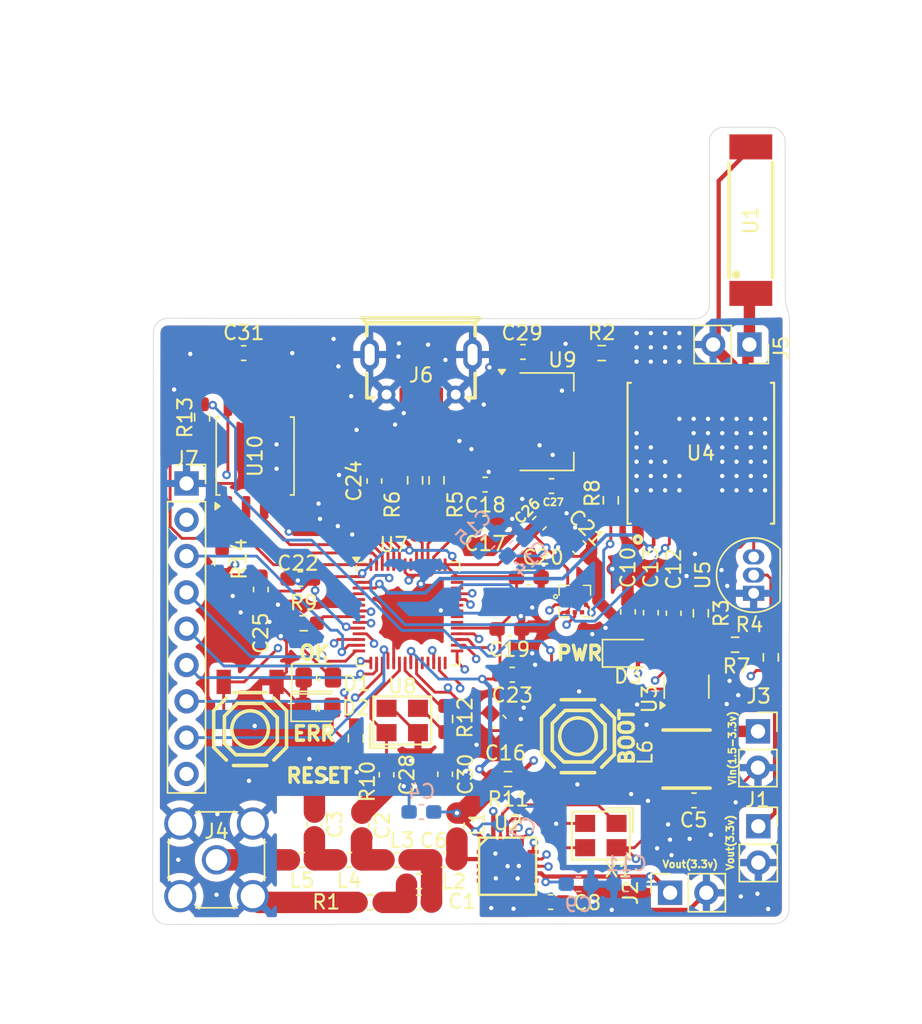
<source format=kicad_pcb>
(kicad_pcb (version 20240108) (generator "pcbnew") (generator_version "8.0")
  (layers (0 "F.Cu" mixed) (1 "In1.Cu" power "GND1.Cu") (2 "In2.Cu" power "GND2.Cu") (31 "B.Cu" mixed) (34 "B.Paste" user) (35 "F.Paste" user) (36 "B.SilkS" user "B.Silkscreen") (37 "F.SilkS" user "F.Silkscreen") (38 "B.Mask" user) (39 "F.Mask" user) (44 "Edge.Cuts" user))
  (net 0 "")
  (net 1 "GND")
  (net 2 "VCC")
  (net 3 "VBUS")
  (net 4 "XIN")
  (net 5 "BATT")
  (net 6 "1V1")
  (net 7 "Net-(D1-A)")
  (net 8 "Net-(D2-A)")
  (net 9 "SDI")
  (net 10 "SCLK")
  (net 11 "SDO")
  (net 12 "NSEL")
  (net 13 "NIRQ")
  (net 14 "SDN")
  (net 15 "GPS_ANT")
  (net 16 "D+")
  (net 17 "D-")
  (net 18 "GPIO15")
  (net 19 "GPIO13")
  (net 20 "GPIO12")
  (net 21 "GPIO11")
  (net 22 "GPIO14")
  (net 23 "GPIO10")
  (net 24 "GPIO27_ADC1")
  (net 25 "XOUT")
  (net 26 "USB_BOOT")
  (net 27 "GPSPAUSE")
  (net 28 "LED_OK")
  (net 29 "DQ")
  (net 30 "LED_ERR")
  (net 31 "RESET")
  (net 32 "QSPI_SD1")
  (net 33 "QSPI_SS")
  (net 34 "QSPI_SD2")
  (net 35 "QSPI_SD3")
  (net 36 "TXD")
  (net 37 "RXD")
  (net 38 "SCL")
  (net 39 "SDA")
  (net 40 "QSPI_SD0")
  (net 41 "QSPI_SCLK")
  (net 42 "USB_P")
  (net 43 "USB_N")
  (net 44 "Net-(D3-A)")
  (net 45 "Net-(C1-Pad1)")
  (net 46 "Net-(C1-Pad2)")
  (net 47 "Net-(C2-Pad2)")
  (net 48 "Net-(C3-Pad2)")
  (net 49 "Net-(U2-TX)")
  (net 50 "Net-(U2-VR_DIG)")
  (net 51 "Net-(C30-Pad1)")
  (net 52 "Net-(J4-In)")
  (net 54 "Net-(U3-SW)")
  (net 55 "Net-(U3-V_{FB})")
  (net 56 "Net-(U6-CSB)")
  (net 58 "Net-(U2-XIN)")
  (net 64 "Net-(U2-XOUT)")
  (footprint "Capacitor_SMD:C_0603_1608Metric_Pad1.08x0.95mm_HandSolder" (layer "F.Cu") (at 121.4875 126.8)
    (property "Reference" "C8")
    (property "Value" "1uF")
  )
  (footprint "Resistor_SMD:R_0603_1608Metric_Pad0.98x0.95mm_HandSolder" (layer "F.Cu") (at 112 97.3 -90)
    (property "Reference" "R5")
    (property "Value" "27.4")
  )
  (footprint "Inductor_SMD:L_0603_1608Metric_Pad1.05x0.95mm_HandSolder" (layer "F.Cu") (at 110.699999 123.85 180)
    (property "Reference" "L3")
    (property "Value" "24nH")
  )
  (footprint "Inductor_SMD:L_0603_1608Metric_Pad1.05x0.95mm_HandSolder" (layer "F.Cu") (at 112.275 125.35)
    (property "Reference" "L2")
    (property "Value" "11nH")
  )
  (footprint "LED_SMD:LED_0805_2012Metric_Pad1.15x1.40mm_HandSolder" (layer "F.Cu") (at 105.175 113.2)
    (property "Reference" "D2")
    (property "Value" "LED")
  )
  (footprint "LED_SMD:LED_0805_2012Metric_Pad1.15x1.40mm_HandSolder" (layer "F.Cu") (at 105.225 111.1)
    (property "Reference" "D1")
    (property "Value" "LED")
  )
  (footprint "libsos41:SW-SMD_4P-L5.1-W5.1-P3.70-LS6.5-TL-2" (layer "F.Cu") (at 123.4 115.2 90)
    (property "Reference" "SW3" (hide yes))
    (property "Value" "TS-1187A-B-A-B")
  )
  (footprint "Resistor_SMD:R_0603_1608Metric_Pad0.98x0.95mm_HandSolder" (layer "F.Cu") (at 113.5 97.3 90)
    (property "Reference" "R6")
    (property "Value" "27.4")
  )
  (footprint "Capacitor_SMD:C_0603_1608Metric_Pad1.08x0.95mm_HandSolder" (layer "F.Cu") (at 114.1 117.862501 -90)
    (property "Reference" "C30")
    (property "Value" "15pF")
  )
  (footprint "Capacitor_SMD:C_0603_1608Metric_Pad1.08x0.95mm_HandSolder" (layer "F.Cu") (at 116.9 97.6 180)
    (property "Reference" "C18")
    (property "Value" "100nF")
  )
  (footprint "libsos41:LGA-10_L2.0-W2.0-P0.50-TL_BMP390L" (layer "F.Cu") (at 123.18 105.75)
    (property "Reference" "U6" (hide yes))
    (property "Value" "BMP390L")
  )
  (footprint "Capacitor_SMD:C_0603_1608Metric_Pad1.08x0.95mm_HandSolder" (layer "F.Cu") (at 130.1 106.6 90)
    (property "Reference" "C12")
    (property "Value" "100nF")
  )
  (footprint "Capacitor_SMD:C_0603_1608Metric_Pad1.08x0.95mm_HandSolder" (layer "F.Cu") (at 109.15 97.35 90)
    (property "Reference" "C24")
    (property "Value" "100nF")
  )
  (footprint "Capacitor_SMD:C_0603_1608Metric_Pad1.08x0.95mm_HandSolder" (layer "F.Cu") (at 126.9 106.5 90)
    (property "Reference" "C10")
    (property "Value" "22uF")
  )
  (footprint "Resistor_SMD:R_0603_1608Metric_Pad0.98x0.95mm_HandSolder" (layer "F.Cu") (at 118.5 118.2 180)
    (property "Reference" "R11")
    (property "Value" "1k")
  )
  (footprint "Resistor_SMD:R_0603_1608Metric_Pad0.98x0.95mm_HandSolder" (layer "F.Cu") (at 108.85 126.825)
    (property "Reference" "R1")
    (property "Value" "50")
  )
  (footprint "Resistor_SMD:R_0603_1608Metric_Pad0.98x0.95mm_HandSolder" (layer "F.Cu") (at 134.4 108.8)
    (property "Reference" "R4")
    (property "Value" "562k")
  )
  (footprint "Resistor_SMD:R_0603_1608Metric_Pad0.98x0.95mm_HandSolder" (layer "F.Cu") (at 97.09 92.89 -90)
    (property "Reference" "R13")
    (property "Value" "1k")
  )
  (footprint "Connector_Coaxial:SMA_Amphenol_901-144_Vertical" (layer "F.Cu") (at 98.1 123.85)
    (property "Reference" "J4")
    (property "Value" "Conn_Coaxial")
  )
  (footprint "Inductor_SMD:L_0603_1608Metric_Pad1.05x0.95mm_HandSolder" (layer "F.Cu") (at 114.925 121.450001 -90)
    (property "Reference" "L1")
    (property "Value" "270nH")
  )
  (footprint "libsos41:GPSM-SMD_ATGM336H-TR" (layer "F.Cu") (at 132 95.410001 180)
    (property "Reference" "U4")
    (property "Value" "ATGM336H-5N31")
  )
  (footprint "Connector_PinSocket_2.54mm:PinSocket_1x09_P2.54mm_Vertical" (layer "F.Cu") (at 96 97.520001)
    (property "Reference" "J7")
    (property "Value" "Conn_01x09_Pin")
  )
  (footprint "Capacitor_SMD:C_0603_1608Metric_Pad1.08x0.95mm_HandSolder" (layer "F.Cu") (at 103.962501 104.2 180)
    (property "Reference" "C22")
    (property "Value" "100nF")
  )
  (footprint "Capacitor_SMD:C_0603_1608Metric_Pad1.08x0.95mm_HandSolder" (layer "F.Cu") (at 117.9 114.2 135)
    (property "Reference" "C16")
    (property "Value" "100nF")
  )
  (footprint "libsos41:CRYSTAL-SMD_4P-L3.2-W2.5-BL" (layer "F.Cu") (at 111.1 114.1)
    (property "Reference" "U8")
    (property "Value" "ABM8-272-T3_C20625731")
  )
  (footprint "Package_TO_SOT_SMD:SOT-23-6" (layer "F.Cu") (at 131 111.7375 90)
    (property "Reference" "U3")
    (property "Value" "MCP1640x-xCHY")
  )
  (footprint "Capacitor_SMD:C_0603_1608Metric_Pad1.08x0.95mm_HandSolder" (layer "F.Cu") (at 104.95 121.375 -90)
    (property "Reference" "C3")
    (property "Value" "9.1pF")
  )
  (footprint "libsos41:ANT-SMD_L10.0-W3.0" (layer "F.Cu") (at 135.5 79.1 90)
    (property "Reference" "U1")
    (property "Value" "GPS1003")
  )
  (footprint "Capacitor_SMD:C_0603_1608Metric_Pad1.08x0.95mm_HandSolder" (layer "F.Cu") (at 119.5475 88.32 180)
    (property "Reference" "C29")
    (property "Value" "10uF")
  )
  (footprint "Capacitor_SMD:C_0603_1608Metric_Pad1.08x0.95mm_HandSolder" (layer "F.Cu") (at 120.7 100.3 45)
    (property "Reference" "C26")
    (property "Value" "100nF")
  )
  (footprint "Capacitor_SMD:C_0603_1608Metric_Pad1.08x0.95mm_HandSolder" (layer "F.Cu") (at 110 117.9 -90)
    (property "Reference" "C28")
    (property "Value" "15pF")
  )
  (footprint "Resistor_SMD:R_0603_1608Metric_Pad0.98x0.95mm_HandSolder" (layer "F.Cu") (at 136.9 109.6875 -90)
    (property "Reference" "R7")
    (property "Value" "4.7k")
  )
  (footprint "Resistor_SMD:R_0603_1608Metric_Pad0.98x0.95mm_HandSolder" (layer "F.Cu") (at 125.7 98.7 90)
    (property "Reference" "R8")
    (property "Value" "10k")
  )
  (footprint "libsos41:QLP20" (layer "F.Cu") (at 118.475 124.295)
    (property "Reference" "U2")
    (property "Value" "SI4432-B1-FMR")
  )
  (footprint "Inductor_SMD:L_0603_1608Metric_Pad1.05x0.95mm_HandSolder" (layer "F.Cu") (at 107.375 123.85 180)
    (property "Reference" "L4")
    (property "Value" "39nH")
  )
  (footprint "libsos41:CRYSTAL-SMD_4P-L3.2-W2.5-BL" (layer "F.Cu") (at 125 122.15 180)
    (property "Reference" "X1")
    (property "Value" "SMD-3225_4P 30.000MHZ 10PF")
  )
  (footprint "Connector_PinSocket_2.54mm:PinSocket_1x02_P2.54mm_Vertical" (layer "F.Cu") (at 135.4 87.8 -90)
    (property "Reference" "J5")
    (property "Value" "Conn_01x02_Pin")
  )
  (footprint "Capacitor_SMD:C_0603_1608Metric_Pad1.08x0.95mm_HandSolder" (layer "F.Cu") (at 114.0125 123.85 180)
    (property "Reference" "C6")
    (property "Value" "120pF")
  )
  (footprint "Package_TO_SOT_SMD:SOT-223-3_TabPin2" (layer "F.Cu") (at 121.2 93.2)
    (property "Reference" "U9")
    (property "Value" "AMS1117-3.3")
  )
  (footprint "libsos41:MICRO-USB-SMD_MICRO-USB-18" (layer "F.Cu") (at 112.419999 89.97 180)
    (property "Reference" "J6")
    (property "Value" "USB_B_Micro")
  )
  (footprint "Resistor_SMD:R_0603_1608Metric_Pad0.98x0.95mm_HandSolder" (layer "F.Cu") (at 98.49 103.0075 90)
    (property "Reference" "R14")
    (property "Value" "DNF")
  )
  (footprint "Inductor_SMD:L_0603_1608Metric_Pad1.05x0.95mm_HandSolder" (layer "F.Cu") (at 104.075 123.85 180)
    (property "Reference" "L5")
    (property "Value" "24nH")
  )
  (footprint "libsos41:SW-SMD_4P-L5.1-W5.1-P3.70-LS6.5-TL-2" (layer "F.Cu") (at 100.45 114.7 90)
    (property "Reference" "SW2" (hide yes))
    (property "Value" "TS-1187A-B-A-B")
  )
  (footprint "LED_SMD:LED_0805_2012Metric_Pad1.15x1.40mm_HandSolder" (layer "F.Cu") (at 126.975 109.4)
    (property "Reference" "D3")
    (property "Value" "LED")
  )
  (footprint "Capacitor_SMD:C_0603_1608Metric_Pad1.08x0.95mm_HandSolder" (layer "F.Cu") (at 116.9 100.3 180)
    (property "Reference" "C17")
    (property "Value" "1uF")
  )
  (footprint "Capacitor_SMD:C_0603_1608Metric_Pad1.08x0.95mm_HandSolder" (layer "F.Cu") (at 119.962501 104.1)
    (property "Reference" "C20")
    (property "Value" "1uF")
  )
  (footprint "Capacitor_SMD:C_0603_1608Metric_Pad1.08x0.95mm_HandSolder" (layer "F.Cu") (at 112.2625 126.825)
    (property "Reference" "C1")
    (property "Value" "12pF")
  )
  (footprint "Capacitor_SMD:C_0603_1608Metric_Pad1.08x0.95mm_HandSolder" (layer "F.Cu") (at 108.275 121.45 -90)
    (property "Reference" "C2")
    (property "Value" "8.2pF")
  )
  (footprint "Connector_PinSocket_2.54mm:PinSocket_1x02_P2.54mm_Vertical" (layer "F.Cu") (at 129.85 126.15 90)
    (property "Reference" "J2")
    (property "Value" "Conn_01x02_Pin")
  )
  (footprint "Capacitor_SMD:C_0603_1608Metric_Pad1.08x0.95mm_HandSolder" (layer "F.Cu") (at 131.5225 119.69)
    (property "Reference" "C5")
    (property "Value" "4.7uF")
  )
  (footprint "Package_SO:SOIC-8_5.23x5.23mm_P1.27mm" (layer "F.Cu") (at 100.8 95.6 90)
    (property "Reference" "U10")
    (property "Value" "W25Q128JVS")
  )
  (footprint "Resistor_SMD:R_0603_1608Metric_Pad0.98x0.95mm_HandSolder" (layer "F.Cu") (at 125.0625 88.4)
    (property "Reference" "R2")
    (property "Value" "12k")
  )
  (footprint "Package_DFN_QFN:QFN-56-1EP_7x7mm_P0.4mm_EP3.2x3.2mm" (layer "F.Cu") (at 111.5 106.6375)
    (property "Reference" "U7")
    (property "Value" "RP2040")
  )
  (footprint "Capacitor_SMD:C_0603_1608Metric_Pad1.08x0.95mm_HandSolder" (layer "F.Cu") (at 100 88.4)
    (property "Reference" "C31")
    (property "Value" "100nF")
  )
  (footprint "Capacitor_SMD:C_0603_1608Metric_Pad1.08x0.95mm_HandSolder" (layer "F.Cu") (at 118.8 110.9 180)
    (property "Reference" "C23")
    (property "Value" "100nF")
  )
  (footprint "Connector_PinSocket_2.54mm:PinSocket_1x02_P2.54mm_Vertical" (layer "F.Cu") (at 136 114.86)
    (property "Reference" "J3")
    (property "Value" "Conn_01x02_Pin")
  )
  (footprint "Resistor_SMD:R_0603_1608Metric_Pad0.98x0.95mm_HandSolder" (layer "F.Cu") (at 104.2 107.3)
    (property "Reference" "R9")
    (property "Value" "1k")
  )
  (footprint "Connector_PinSocket_2.54mm:PinSocket_1x02_P2.54mm_Vertical" (layer "F.Cu") (at 136.025 121.5)
    (property "Reference" "J1")
    (property "Value" "Conn_01x02_Pin")
  )
  (footprint "Capacitor_SMD:C_0603_1608Metric_Pad1.08x0.95mm_HandSolder" (layer "F.Cu") (at 128.5 106.562501 90)
    (property "Reference" "C13")
    (property "Value" "1uF")
  )
  (footprint "Resistor_SMD:R_0603_1608Metric_Pad0.98x0.95mm_HandSolder" (layer "F.Cu") (at 107.85 115.35 90)
    (property "Reference" "R10")
    (property "Value" "1k")
  )
  (footprint "Resistor_SMD:R_0603_1608Metric_Pad0.98x0.95mm_HandSolder" (layer "F.Cu") (at 132 106.6 -90)
    (property "Reference" "R3")
    (property "Value" "976k")
  )
  (footprint "Capacitor_SMD:C_0603_1608Metric_Pad1.08x0.95mm_HandSolder" (layer "F.Cu") (at 118.6 107.7 180)
    (property "Reference" "C19")
    (property "Value" "100nF")
  )
  (footprint "Resistor_SMD:R_0603_1608Metric_Pad0.98x0.95mm_HandSolder" (layer "F.Cu") (at 114.1 114 -90)
    (property "Reference" "R12")
    (property "Value" "1k")
  )
  (footprint "libsos41:IND-SMD_L3.3-W3.0" (layer "F.Cu") (at 131 116.8 180)
    (property "Reference" "L6")
    (property "Value" "4.7uH")
  )
  (footprint "Capacitor_SMD:C_0603_1608Metric_Pad1.08x0.95mm_HandSolder" (layer "F.Cu") (at 101.2 104.937499 90)
    (property "Reference" "C25")
    (property "Value" "100nF")
  )
  (footprint "Capacitor_SMD:C_0603_1608Metric_Pad1.08x0.95mm_HandSolder" (layer "F.Cu") (at 121.55 97.7)
    (property "Reference" "C27")
    (property "Value" "10uF")
  )
  (footprint "Package_TO_SOT_THT:TO-92_Inline" (layer "F.Cu") (at 135.7 105.2 90)
    (property "Reference" "U5")
    (property "Value" "DS18B20")
  )
  (footprint "Capacitor_SMD:C_0603_1608Metric_Pad1.08x0.95mm_HandSolder" (layer "F.Cu") (at 123.50988 102.00988 -45)
    (property "Reference" "C21")
    (property "Value" "100nF")
  )
  (footprint "Capacitor_SMD:C_0603_1608Metric_Pad1.08x0.95mm_HandSolder" (layer "B.Cu") (at 126.78 125.55 180)
    (property "Reference" "C11")
    (property "Value" "10uF")
  )
  (footprint "Capacitor_SMD:C_0603_1608Metric_Pad1.08x0.95mm_HandSolder" (layer "B.Cu") (at 118.58012 120.71988 45)
    (property "Reference" "C7")
    (property "Value" "100nF")
  )
  (footprint "Capacitor_SMD:C_0603_1608Metric_Pad1.08x0.95mm_HandSolder" (layer "B.Cu") (at 123.437499 125.55)
    (property "Reference" "C9")
    (property "Value" "100nF")
  )
  (footprint "Capacitor_SMD:C_0603_1608Metric_Pad1.08x0.95mm_HandSolder" (layer "B.Cu") (at 117.11 101.63 -135)
    (property "Reference" "C15")
    (property "Value" "100nF")
  )
  (footprint "Capacitor_SMD:C_0603_1608Metric_Pad1.08x0.95mm_HandSolder" (layer "B.Cu") (at 112.44 120.5 180)
    (property "Reference" "C4")
    (property "Value" "10uF")
  )
  (footprint "Capacitor_SMD:C_0603_1608Metric_Pad1.08x0.95mm_HandSolder" (layer "B.Cu") (at 119.07 101.98 -135)
    (property "Reference" "C14")
    (property "Value" "100nF")
  )
  (gr_arc (start 137.982229 85.060957) (mid 137.928078 84.797536) (end 137.909758 84.529231) (stroke (width 0.05)) (layer "Edge.Cuts"))
  (gr_line (start 131.599229 85.999229) (end 94.679592 85.97077) (stroke (width 0.05)) (layer "Edge.Cuts"))
  (gr_line (start 137.909758 84.529231) (end 137.9 73.6) (stroke (width 0.05)) (layer "Edge.Cuts"))
  (gr_arc (start 138.147208 85.657009) (mid 138.201637 85.922483) (end 138.219678 86.192879) (stroke (width 0.05)) (layer "Edge.Cuts"))
  (gr_arc (start 132.6 84.999229) (mid 132.306834 85.706608) (end 131.599229 85.999229) (stroke (width 0.05)) (layer "Edge.Cuts"))
  (gr_arc (start 132.6 73.6) (mid 132.892893 72.892893) (end 133.6 72.6) (stroke (width 0.05)) (layer "Edge.Cuts"))
  (gr_line (start 94.632304 128.368875) (end 137.1723 128.32112) (stroke (width 0.05)) (layer "Edge.Cuts"))
  (gr_line (start 93.678821 86.969591) (end 93.631182 127.367696) (stroke (width 0.05)) (layer "Edge.Cuts"))
  (gr_arc (start 136.9 72.6) (mid 137.607107 72.892893) (end 137.9 73.6) (stroke (width 0.05)) (layer "Edge.Cuts"))
  (gr_line (start 138.147208 85.657009) (end 137.982229 85.060957) (stroke (width 0.05)) (layer "Edge.Cuts"))
  (gr_arc (start 94.632304 128.368875) (mid 93.924075 128.075954) (end 93.631182 127.367696) (stroke (width 0.05)) (layer "Edge.Cuts"))
  (gr_arc (start 138.171177 127.3223) (mid 137.878264 128.028248) (end 137.1723 128.32112) (stroke (width 0.05)) (layer "Edge.Cuts"))
  (gr_line (start 136.9 72.6) (end 133.6 72.6) (stroke (width 0.05)) (layer "Edge.Cuts"))
  (gr_line (start 132.6 73.6) (end 132.6 84.999229) (stroke (width 0.05)) (layer "Edge.Cuts"))
  (gr_line (start 138.171177 127.3223) (end 138.219678 86.192879) (stroke (width 0.05)) (layer "Edge.Cuts"))
  (gr_arc (start 93.678821 86.969591) (mid 93.972403 86.262974) (end 94.679592 85.97077) (stroke (width 0.05)) (layer "Edge.Cuts"))
  (gr_text "PWR" (at 121.77 109.98 0) (layer "F.SilkS") (effects (font (size 1 1) (thickness 0.25) (bold yes)) (justify left bottom)))
  (gr_text "Vout(3.3v)" (at 129.25 124.45 0) (layer "F.SilkS") (effects (font (size 0.5 0.5) (thickness 0.125) (bold yes)) (justify left bottom)))
  (gr_text "OK" (at 103.76 109.96 0) (layer "F.SilkS") (effects (font (size 1 1) (thickness 0.25) (bold yes)) (justify left bottom)))
  (gr_text "Vout(3.3v)" (at 134.35 124.65 90) (layer "F.SilkS") (effects (font (size 0.5 0.5) (thickness 0.125) (bold yes)) (justify left bottom)))
  (gr_text "G" (at 104.95 111.39 0) (layer "F.SilkS") (effects (font (size 0.4 0.4) (thickness 0.1) (bold yes)) (justify left bottom)))
  (gr_text "R" (at 104.91 113.5 0) (layer "F.SilkS") (effects (font (size 0.4 0.4) (thickness 0.1) (bold yes)) (justify left bottom)))
  (gr_text "RESET" (at 102.85 118.55 0) (layer "F.SilkS") (effects (font (size 1 1) (thickness 0.25) (bold yes)) (justify left bottom)))
  (gr_text "BOOT" (at 127.4 117.32 90) (layer "F.SilkS") (effects (font (size 1 1) (thickness 0.25) (bold yes)) (justify left bottom)))
  (gr_text "Vin(1.5-3.3v)" (at 134.5 118.7 90) (layer "F.SilkS") (effects (font (size 0.5 0.5) (thickness 0.125) (bold yes)) (justify left bottom)))
  (gr_text "ERR" (at 103.31 115.61 0) (layer "F.SilkS") (effects (font (size 1 1) (thickness 0.25) (bold yes)) (justify left bottom)))
  (segment (start 120.825002 105.574998) (end 120.2 106.2) (width 0.2) (layer "F.Cu") (net 1))
  (segment (start 122.6 101.4) (end 122.014385 101.985615) (width 0.2) (layer "F.Cu") (net 1))
  (segment (start 130.687499 111.9) (end 125.25 111.9) (width 0.2) (layer "F.Cu") (net 1))
  (segment (start 114.474392 118.725002) (end 115.53847 117.660924) (width 0.2) (layer "F.Cu") (net 1))
  (segment (start 102.705 99.2) (end 102.705 98.400001) (width 0.2) (layer "F.Cu") (net 1))
  (segment (start 126.9 104.6) (end 125.8 103.5) (width 0.8) (layer "F.Cu") (net 1))
  (segment (start 103.80988 116.00988) (end 103.80988 112.90988) (width 0.2) (layer "F.Cu") (net 1))
  (segment (start 131.435 120.465) (end 132.935 120.465) (width 0.2) (layer "F.Cu") (net 1))
  (segment (start 101.825 97.520001) (end 96 97.520001) (width 0.2) (layer "F.Cu") (net 1))
  (segment (start 114.1 118.725002) (end 113.674998 118.725002) (width 0.2) (layer "F.Cu") (net 1))
  (segment (start 119.31976 114) (end 118.50988 114.80988) (width 0.2) (layer "F.Cu") (net 1))
  (segment (start 127.6 101.7) (end 125.8 103.5) (width 0.8) (layer "F.Cu") (net 1))
  (segment (start 124.425 126.8) (end 124.45 126.775) (width 0.3) (layer "F.Cu") (net 1))
  (segment (start 125.25 111.9) (end 125.25 118.5) (width 0.2) (layer "F.Cu") (net 1))
  (segment (start 119.662501 110.937499) (end 119.6 111) (width 0.2) (layer "F.Cu") (net 1))
  (segment (start 110.4 113.25) (end 110 113.25) (width 0.2) (layer "F.Cu") (net 1))
  (segment (start 107.112501 96.487499) (end 106.672794 96.927206) (width 0.3) (layer "F.Cu") (net 1))
  (segment (start 101.2 105.8) (end 102.2 105.8) (width 0.2) (layer "F.Cu") (net 1))
  (segment (start 121.66 107.2) (end 122.33 106.53) (width 0.2) (layer "F.Cu") (net 1))
  (segment (start 102.3 118) (end 102.3 111.4) (width 0.2) (layer "F.Cu") (net 1))
  (segment (start 120.362501 110.2) (end 119.662501 110.9) (width 0.2) (layer "F.Cu") (net 1))
  (segment (start 125.95 111.2) (end 125.25 111.9) (width 0.3) (layer "F.Cu") (net 1))
  (segment (start 135.3125 108.8) (end 135.3125 108.6875) (width 0.2) (layer "F.Cu") (net 1))
  (segment (start 118.05 90.9) (end 117.9 90.9) (width 0.2) (layer "F.Cu") (net 1))
  (segment (start 122.33 106.53) (end 122.68 106.53) (width 0.2) (layer "F.Cu") (net 1))
  (segment (start 102.705 98.400001) (end 101.825 97.520001) (width 0.2) (layer "F.Cu") (net 1))
  (segment (start 118.684999 88.32) (end 118.684999 90.265001) (width 0.8) (layer "F.Cu") (net 1))
  (segment (start 135.7 108.3) (end 135.7 105.2) (width 0.2) (layer "F.Cu") (net 1))
  (segment (start 104.2 111.1) (end 102.6 111.1) (width 0.3) (layer "F.Cu") (net 1))
  (segment (start 121.30988 99.69012) (end 122.50988 99.69012) (width 0.2) (layer "F.Cu") (net 1))
  (segment (start 123.2 100.6) (end 123.2 101.1) (width 0.2) (layer "F.Cu") (net 1))
  (segment (start 104.6 116.8) (end 103.80988 116.00988) (width 0.2) (layer "F.Cu") (net 1))
  (segment (start 119.4 114) (end 119.31976 114) (width 0.2) (layer "F.Cu") (net 1))
  (segment (start 123.18 105.27) (end 123.47 105.27) (width 0.1) (layer "F.Cu") (net 1))
  (segment (start 122.68 106.53) (end 122.68 106.4) (width 0.1) (layer "F.Cu") (net 1))
  (segment (start 103 108.6) (end 102.6 108.2) (width 0.2) (layer "F.Cu") (net 1))
  (segment (start 102.2 105.8) (end 102.4 106) (width 0.2) (layer "F.Cu") (net 1))
  (segment (start 134.2 91.378504) (end 134.2 90.6) (width 0.8) (layer "F.Cu") (net 1))
  (segment (start 111.5 106.6375) (end 110.5 107.6375) (width 0.2) (layer "F.Cu") (net 1))
  (segment (start 101.8 106.4) (end 101.2 105.8) (width 0.2) (layer "F.Cu") (net 1))
  (segment (start 121.9 121.3) (end 121.875 121.325) (width 0.2) (layer "F.Cu") (net 1))
  (segment (start 117.9 90.9) (end 116.8 92) (width 0.2) (layer "F.Cu") (net 1))
  (segment (start 130.66 119.69) (end 131.435 120.465) (width 0.2) (layer "F.Cu") (net 1))
  (segment (start 130.062501 105.7) (end 130.1 105.737499) (width 0.8) (layer "F.Cu") (net 1))
  (segment (start 111.5 106.6375) (end 113.5625 106.6375) (width 0.2) (layer "F.Cu") (net 1))
  (segment (start 128.437499 105.637499) (end 128.5 105.7) (width 0.8) (layer "F.Cu") (net 1))
  (segment (start 121 103.925002) (end 120.825002 104.1) (width 0.2) (layer "F.Cu") (net 1))
  (segment (start 102.6 111.1) (end 102.3 111.4) (width 0.3) (layer "F.Cu") (net 1))
  (segment (start 106.362501 118.762501) (end 105.8 118.2) (width 0.2) (layer "F.Cu") (net 1))
  (segment (start 103.166765 99.661765) (end 102.705 99.2) (width 0.2) (layer "F.Cu") (net 1))
  (segment (start 122.68 106.4) (end 122.8 106.28) (width 0.1) (layer "F.Cu") (net 1))
  (segment (start 125.025 127.35) (end 124.45 126.775) (width 0.3) (layer "F.Cu") (net 1))
  (segment (start 134.906497 92.085001) (end 134.2 91.378504) (width 0.8) (layer "F.Cu") (net 1))
  (segment (start 119.462501 108.662501) (end 120.2 109.4) (width 0.2) (layer "F.Cu") (net 1))
  (segment (start 107.9375 126.825) (end 101.075 126.825) (width 1.5) (layer "F.Cu") (net 1))
  (segment (start 110 118.762501) (end 106.362501 118.762501) (width 0.2) (layer "F.Cu") (net 1))
  (segment (start 131.300001 111.9125) (end 131 112.212501) (width 0.2) (layer "F.Cu") (net 1))
  (segment (start 111.5 106.6375) (end 111.5 105.448406) (width 0.2) (layer "F.Cu") (net 1))
  (segment (start 118.05 90.9) (end 118.05 90.25) (width 0.2) (layer "F.Cu") (net 1))
  (segment (start 127.6 100.220001) (end 127.6 101.7) (width 0.8) (layer "F.Cu") (net 1))
  (segment (start 112.2 114.95) (end 112.1 114.95) (width 0.2) (layer "F.Cu") (net 1))
  (segment (start 120.21976 98.6) (end 121.30988 99.69012) (width 0.2) (layer "F.Cu") (net 1))
  (segment (start 119.662501 110.9) (end 119.662501 110.937499) (width 0.2) (layer "F.Cu") (net 1))
  (segment (start 132.2 111.9125) (end 131.300001 111.9125) (width 0.2) (layer "F.Cu") (net 1))
  (segment (start 103.787502 104.308002) (end 103.208002 104.308002) (width 0.2) (layer "F.Cu") (net 1))
  (segment (start 113.674998 118.725002) (end 113.649996 118.7) (width 0.2) (layer "F.Cu") (net 1))
  (segment (start 112.1 114.95) (end 110.4 113.25) (width 0.2) (layer "F.Cu") (net 1))
  (segment (start 114.1 118.725002) (end 114.474392 118.725002) (width 0.2) (layer "F.Cu") (net 1))
  (segment (start 136.4 90.600001) (end 136.4 91.378504) (width 0.8) (layer "F.Cu") (net 1))
  (segment (start 122.50988 99.69012) (end 122.6 99.6) (width 0.2) (layer "F.Cu") (net 1))
  (segment (start 123.68 105.06) (end 123.68 104.97) (width 0.1) (layer "F.Cu") (net 1))
  (segment (start 120.825002 104.1) (end 120.825002 105.574998) (width 0.2) (layer "F.Cu") (net 1))
  (segment (start 102.3 111.4) (end 103 110.7) (width 0.2) (layer "F.Cu") (net 1))
  (segment (start 117.144435 96.981934) (end 117.762501 97.6) (width 0.2) (layer "F.Cu") (net 1))
  (segment (start 103.208002 104.308002) (end 103.1 104.2) (width 0.2) (layer "F.Cu") (net 1))
  (segment (start 122.8 105.65) (end 123.18 105.27) (width 0.1) (layer "F.Cu") (net 1))
  (segment (start 104.95 119.05) (end 105.8 118.2) (width 1.5) (layer "F.Cu") (net 1))
  (segment (start 117.762501 100.3) (end 118.5 100.3) (width 0.2) (layer "F.Cu") (net 1))
  (segment (start 108.275 120.487501) (end 110 118.762501) (width 1.5) (layer "F.Cu") (net 1))
  (segment (start 119.462501 107.7) (end 119.462501 108.662501) (width 0.2) (layer "F.Cu") (net 1))
  (segment (start 120.4 110.2) (end 120.362501 110.2) (width 0.2) (layer "F.Cu") (net 1))
  (segment (start 135.5 74.1) (end 133.25 76.35) (width 0.3) (layer "F.Cu") (net 1))
  (segment (start 101.8 107.2) (end 101.8 106.4) (width 0.2) (layer "F.Cu") (net 1))
  (segment (start 112.2 116.41195) (end 111.705302 116.906648) (width 0.2) (layer "F.Cu") (net 1))
  (segment (start 112.2 114.95) (end 112.2 116.41195) (width 0.2) (layer "F.Cu") (net 1))
  (segment (start 119.462501 107.7) (end 119.962501 107.2) (width 0.2) (layer "F.Cu") (net 1))
  (segment (start 135.693503 92.085001) (end 134.906497 92.085001) (width 0.8) (layer "F.Cu") (net 1))
  (segment (start 116.3 115.8) (end 117.29012 114.80988) (width 0.2) (layer "F.Cu") (net 1))
  (segment (start 104.95 120.512499) (end 104.95 119.05) (width 1.5) (layer "F.Cu") (net 1))
  (segment (start 134.2 90.6) (end 134.2 89.25) (width 0.8) (layer "F.Cu") (net 1))
  (segment (start 106.672794 96.927206) (end 110.2 93.4) (width 0.2) (layer "F.Cu") (net 1))
  (segment (start 122.35 126.8) (end 124.425 126.8) (width 0.3) (layer "F.Cu") (net 1))
  (segment (start 111.137499 118.762501) (end 111.2 118.7) (width 0.2) (layer "F.Cu") (net 1))
  (segment (start 122.4125 97.7) (end 122.4125 98.5875) (width 1.3) (layer "F.Cu") (net 1))
  (segment (start 135.3125 108.8) (end 132.2 111.9125) (width 0.2) (layer "F.Cu") (net 1))
  (segment (start 111.2 92.6) (end 111.2 91.510001) (width 0.2) (layer "F.Cu") (net 1))
  (segment (start 126.675006 123) (end 127.45 123.774994) (width 0.2) (layer "F.Cu") (net 1))
  (segment (start 125.76 127.35) (end 125.025 127.35) (width 0.3) (layer "F.Cu") (net 1))
  (segment (start 119.6 111) (end 119.6 113.2) (width 0.2) (layer "F.Cu") (net 1))
  (segment (start 101.075 126.825) (end 100.64 126.39) (width 1.5) (layer "F.Cu") (net 1))
  (segment (start 128.5 105.7) (end 130.062501 105.7) (width 0.8) (layer "F.Cu") (net 1))
  (segment (start 123.18 104.97) (end 123.68 104.97) (width 0.2) (layer "F.Cu") (net 1))
  (segment (start 131.19 127.35) (end 125.76 127.35) (width 0.3) (layer "F.Cu") (net 1))
  (segment (start 132.39 126.15) (end 131.19 127.35) (width 0.3) (layer "F.Cu") (net 1))
  (segment (start 113.5625 106.6375) (end 113.8 106.4) (width 0.2) (layer "F.Cu") (net 1))
  (segment (start 117.144435 96.708835) (end 117.144435 96.981934) (width 0.2) (layer "F.Cu") (net 1))
  (segment (start 111.2 91.510001) (end 111.129999 91.44) (width 0.2) (layer "F.Cu") (net 1))
  (segment (start 121 103.2) (end 121 103.925002) (width 0.2) (layer "F.Cu") (net 1))
  (segment (start 110 118.762501) (end 111.137499 118.762501) (width 0.2) (layer "F.Cu") (net 1))
  (segment (start 134.2 89.25) (end 132.86 87.91) (width 0.8) (layer "F.Cu") (net 1))
  (segment (start 117.762501 97.6) (end 117.762501 100.3) (width 0.2) (layer "F.Cu") (net 1))
  (segment (start 103.80988 112.90988) (end 102.3 111.4) (width 0.2) (layer "F.Cu") (net 1))
  (segment (start 122.9 101.4) (end 122.6 101.4) (width 0.2) (layer "F.Cu") (net 1))
  (segment (start 126.9 105.637499) (end 126.9 104.6) (width 0.8) (layer "F.Cu") (net 1))
  (segment (start 122.4125 98.5875) (end 121.30988 99.69012) (width 1.3) (layer "F.Cu") (net 1))
  (segment (start 132.935 120.465) (end 136 117.4) (width 0.2) (layer "F.Cu") (net 1))
  (segment (start 126.1 123) (end 126.675006 123) (width 0.2) (layer "F.Cu") (net 1))
  (segment (start 135.3125 108.6875) (end 135.7 108.3) (width 0.2) (layer "F.Cu") (net 1))
  (segment (start 119.4 107.637499) (end 119.462501 107.7) (width 0.2) (layer "F.Cu") (net 1))
  (segment (start 118.5 100.3) (end 118.8 100) (width 0.2) (layer "F.Cu") (net 1))
  (segment (start 136.4 91.378504) (end 135.693503 92.085001) (width 0.8) (layer "F.Cu") (net 1))
  (segment (start 113.649996 118.7) (end 112 118.7) (width 0.2) (layer "F.Cu") (net 1))
  (segment (start 118.684999 90.265001) (end 118.05 90.9) (width 0.8) (layer "F.Cu") (net 1))
  (segment (start 126.9 105.637499) (end 128.437499 105.637499) (width 0.8) (layer "F.Cu") (net 1))
  (segment (start 119.4 106.8) (end 119.4 107.637499) (width 0.2) (layer "F.Cu") (net 1))
  (segment (start 123.9 121.3) (end 121.9 121.3) (width 0.2) (layer "F.Cu") (net 1))
  (segment (start 117.29012 114.80988) (end 118.50988 114.80988) (width 0.2) (layer "F.Cu") (net 1))
  (segment (start 122.8 106.28) (end 122.8 105.65) (width 0.1) (layer "F.Cu") (net 1))
  (segment (start 126.1 123) (end 127.35 123) (width 0.2) (layer "F.Cu") (net 1))
  (segment (start 103.166765 100.883234) (end 103.166765 99.661765) (width 0.2) (layer "F.Cu") (net 1))
  (segment (start 123.18 105.27) (end 123.18 104.97) (width 0.1) (layer "F.Cu") (net 1))
  (segment (start 111.5 105.448406) (end 112.4 104.548406) (width 0.2) (layer "F.Cu") (net 1))
  (segment (start 108.275 120.587499) (end 108.275 120.487501) (width 1.5) (layer "F.Cu") (net 1))
  (segment (start 119.962501 107.2) (end 121.66 107.2) (width 0.2) (layer "F.Cu") (net 1))
  (segment (start 125.95 109.4) (end 125.95 111.2) (width 0.3) (layer "F.Cu") (net 1))
  (segment (start 110.2 93.4) (end 110.6 93.4) (width 0.2) (layer "F.Cu") (net 1))
  (segment (start 118.05 90.25) (end 117.2 89.4) (width 0.2) (layer "F.Cu") (net 1))
  (segment (start 133.25 76.35) (end 133.25 87.41) (width 0.3) (layer "F.Cu") (net 1))
  (segment (start 119.5 98.6) (end 120.21976 98.6) (width 0.2) (layer "F.Cu") (net 1))
  (segment (start 133.25 87.41) (end 132.86 87.8) (width 0.3) (layer "F.Cu") (net 1))
  (segment (start 103 110.7) (end 103 108.6) (width 0.2) (layer "F.Cu") (net 1))
  (segment (start 123.47 105.27) (end 123.68 105.06) (width 0.1) (layer "F.Cu") (net 1))
  (segment (start 123.2 101.1) (end 122.9 101.4) (width 0.2) (layer "F.Cu") (net 1))
  (segment (start 132.86 87.91) (end 132.86 87.8) (width 0.8) (layer "F.Cu") (net 1))
  (segment (start 127.35 123) (end 130.66 119.69) (width 0.2) (layer "F.Cu") (net 1))
  (segment (start 109.15 96.487499) (end 107.112501 96.487499) (width 0.3) (layer "F.Cu") (net 1))
  (segment (start 110.5 107.6375) (end 110.5 110.075) (width 0.2) (layer "F.Cu") (net 1))
  (segment (start 131 112.212501) (end 130.687499 111.9) (width 0.2) (layer "F.Cu") (net 1))
  (segment (start 100.8625 88.4) (end 103.4 88.4) (width 0.2) (layer "F.Cu") (net 1))
  (segment (start 131 112.212501) (end 131 112.875) (width 0.2) (layer "F.Cu") (net 1))
  (via (at 122.28 91.03) (size 0.6) (drill 0.3) (layers "F.Cu" "B.Cu") (net 1))
  (via (at 106.29 87.41) (size 0.6) (drill 0.3) (layers "F.Cu" "B.Cu") (net 1))
  (via (at 121.875 121.325) (size 0.6) (drill 0.3) (layers "F.Cu" "B.Cu") (net 1))
  (via (at 135.5 93) (size 0.6) (drill 0.3) (layers "F.Cu" "B.Cu") (net 1))
  (via (at 132.7 122.09) (size 0.6) (drill 0.3) (layers "F.Cu" "B.Cu") (net 1))
  (via (at 124.45 126.775) (size 0.6) (drill 0.3) (layers "F.Cu" "B.Cu") (net 1))
  (via (at 96.26 88.46) (size 0.6) (drill 0.3) (layers "F.Cu" "B.Cu") (net 1))
  (via (at 133.5 93) (size 0.6) (drill 0.3) (layers "F.Cu" "B.Cu") (net 1))
  (via (at 134.5 97) (size 0.6) (drill 0.3) (layers "F.Cu" "B.Cu") (net 1))
  (via (at 112.4 104.548406) (size 0.6) (drill 0.3) (layers "F.Cu" "B.Cu") (net 1))
  (via (at 135.5 95) (size 0.6) (drill 0.3) (layers "F.Cu" "B.Cu") (net 1))
  (via (at 113.8 106.4) (size 0.6) (drill 0.3) (layers "F.Cu" "B.Cu") (net 1))
  (via (at 118.8 100) (size 0.6) (drill 0.3) (layers "F.Cu" "B.Cu") (net 1))
  (via (at 136.5 97) (size 0.6) (drill 0.3) (layers "F.Cu" "B.Cu") (net 1))
  (via (at 132.5 94) (size 0.6) (drill 0.3) (layers "F.Cu" "B.Cu") (net 1))
  (via (at 116.3 115.8) (size 0.6) (drill 0.3) (layers "F.Cu" "B.Cu") (net 1))
  (via (at 98.1 126.29) (size 0.6) (drill 0.3) (layers "F.Cu" "B.Cu") (net 1))
  (via (at 122.014385 101.985615) (size 0.6) (drill 0.3) (layers "F.Cu" "B.Cu") (net 1))
  (via (at 117.2 89.4) (size 0.6) (drill 0.3) (layers "F.Cu" "B.Cu") (net 1))
  (via (at 135.5 97) (size 0.6) (drill 0.3) (layers "F.Cu" "B.Cu") (net 1))
  (via (at 134.62 112.33) (size 0.6) (drill 0.3) (layers "F.Cu" "B.Cu") (net 1))
  (via (at 127.5 87) (size 0.6) (drill 0.3) (layers "F.Cu" "B.Cu") (net 1))
  (via (at 123.48 112.07) (size 0.6) (drill 0.3) (layers "F.Cu" "B.Cu") (net 1))
  (via (at 129.5 89) (size 0.6) (drill 0.3) (layers "F.Cu" "B.Cu") (net 1))
  (via (at 127.12 119.25) (size 0.6) (drill 0.3) (layers "F.Cu" "B.Cu") (net 1))
  (via (at 98.16 120.65) (size 0.6) (drill 0.3) (layers "F.Cu" "B.Cu") (net 1))
  (via (at 136.5 96) (size 0.6) (drill 0.3) (layers "F.Cu" "B.Cu") (net 1))
  (via (at 129.84 122.44) (size 0.6) (drill 0.3) (layers "F.Cu" "B.Cu") (net 1))
  (via (at 122.53 87.75) (size 0.6) (drill 0.3) (layers "F.Cu" "B.Cu") (net 1))
  (via (at 119.5 98.6) (size 0.6) (drill 0.3) (layers "F.Cu" "B.Cu") (net 1))
  (via (at 115.53847 117.660924) (size 0.6) (drill 0.3) (layers "F.Cu" "B.Cu") (net 1))
  (via (at 105.8 118.2) (size 0.6) (drill 0.3) (layers "F.Cu" "B.Cu") (net 1))
  (via (at 127.5 95) (size 0.6) (drill 0.3) (layers "F.Cu" "B.Cu") (net 1))
  (via (at 130.5 93) (size 0.6) (drill 0.3) (layers "F.Cu" "B.Cu") (net 1))
  (via (at 117.62 123.41) (size 0.6) (drill 0.3) (layers "F.Cu" "B.Cu") (net 1))
  (via (at 120.2 106.2) (size 0.6) (drill 0.3) (layers "F.Cu" "B.Cu") (net 1))
  (via (at 99.23 105.39) (size 0.6) (drill 0.3) (layers "F.Cu" "B.Cu") (net 1))
  (via (at 110.83 88.64) (size 0.6) (drill 0.3) (layers "F.Cu" "B.Cu") (net 1))
  (via (at 129.5 97) (size 0.6) (drill 0.3) (layers "F.Cu" "B.Cu") (net 1))
  (via (at 129.5 87) (size 0.6) (drill 0.3) (layers "F.Cu" "B.Cu") (net 1))
  (via (at 123.2 100.6) (size 0.6) (drill 0.3) (layers "F.Cu" "B.Cu") (net 1))
  (via (at 136.5 95) (size 0.6) (drill 0.3) (layers "F.Cu" "B.Cu") (net 1))
  (via (at 121 103.2) (size 0.6) (drill 0.3) (layers "F.Cu" "B.Cu") (net 1))
  (via (at 100.37 118.32) (size 0.6) (drill 0.3) (layers "F.Cu" "B.Cu") (net 1))
  (via (at 100.77 114.48) (size 0.6) (drill 0.3) (layers "F.Cu" "B.Cu") (net 1))
  (via (at 120.71 94.85) (size 0.6) (drill 0.3) (layers "F.Cu" "B.Cu") (net 1))
  (via (at 119.26 124.28) (size 0.6) (drill 0.3) (layers "F.Cu" "B.Cu") (net 1))
  (via (at 127.54 112.98) (size 0.6) (drill 0.3) (layers "F.Cu" "B.Cu") (net 1))
  (via (at 115.94 95.12) (size 0.6) (drill 0.3) (layers "F.Cu" "B.Cu") (net 1))
  (via (at 130.5 97) (size 0.6) (drill 0.3) (layers "F.Cu" "B.Cu") (net 1))
  (via (at 134.8 126.41) (size 0.6) (drill 0.3) (layers "F.Cu" "B.Cu") (net 1))
  (via (at 133.85 104.69) (size 0.6) (drill 0.3) (layers "F.Cu" "B.Cu") (net 1))
  (via (at 111.705302 116.906648) (size 0.6) (drill 0.3) (layers "F.Cu" "B.Cu") (net 1))
  (via (at 125.8 103.5) (size 0.6) (drill 0.3) (layers "F.Cu" "B.Cu") (net 1))
  (via (at 129.5 96) (size 0.6) (drill 0.3) (layers "F.Cu" "B.Cu") (net 1))
  (via (at 102.3 96.49) (size 0.6) (drill 0.3) (layers "F.Cu" "B.Cu") (net 1))
  (via (at 134.5 96) (size 0.6) (drill 0.3) (layers "F.Cu" "B.Cu") (net 1))
  (via (at 117.144435 96.708835) (size 0.6) (drill 0.3) (layers "F.Cu" "B.Cu") (net 1))
  (via (at 120.2 109.4) (size 0.6) (drill 0.3) (layers "F.Cu" "B.Cu") (net 1))
  (via (at 130.5 88) (size 0.6) (drill 0.3) (layers "F.Cu" "B.Cu") (net 1))
  (via (at 102.4 106) (size 0.6) (drill 0.3) (layers "F.Cu" "B.Cu") (net 1))
  (via (at 122.6 99.6) (size 0.6) (drill 0.3) (layers "F.Cu" "B.Cu") (net 1))
  (via (at 128.5 88) (size 0.6) (drill 0.3) (layers "F.Cu" "B.Cu") (net 1))
  (via (at 99.79 106.54) (size 0.6) (drill 0.3) (layers "F.Cu" "B.Cu") (net 1))
  (via (at 134.5 98) (size 0.6) (drill 0.3) (layers "F.Cu" "B.Cu") (net 1))
  (via (at 124.4 108.06) (size 0.6) (drill 0.3) (layers "F.Cu" "B.Cu") (net 1))
  (via (at 133.5 96) (size 0.6) (drill 0.3) (layers "F.Cu" "B.Cu") (net 1))
  (via (at 114.12 88.88) (size 0.6) (drill 0.3) (layers "F.Cu" "B.Cu") (net 1))
  (via (at 107.9 93.77) (size 0.6) (drill 0.3) (layers "F.Cu" "B.Cu") (net 1))
  (via (at 130.5 89) (size 0.6) (drill 0.3) (layers "F.Cu" "B.Cu") (net 1))
  (via (at 107.91 117.72) (size 0.6) (drill 0.3) (layers "F.Cu" "B.Cu") (net 1))
  (via (at 135.5 98) (size 0.6) (drill 0.3) (layers "F.Cu" "B.Cu") (net 1))
  (via (at 136.5 98) (size 0.6) (drill 0.3) (layers "F.Cu" "B.Cu") (net 1))
  (via (at 132.5 95) (size 0.6) (drill 0.3) (layers "F.Cu" "B.Cu") (net 1))
  (via (at 107.6 101.09) (size 0.6) (drill 0.3) (layers "F.Cu" "B.Cu") (net 1))
  (via (at 134.44 119.83) (size 0.6) (drill 0.3) (layers "F.Cu" "B.Cu") (net 1))
  (via (at 128.3 119.72) (size 0.6) (drill 0.3) (layers "F.Cu" "B.Cu") (net 1))
  (via (at 135.5 94) (size 0.6) (drill 0.3) (layers "F.Cu" "B.Cu") (net 1))
  (via (at 110.87 87.72) (size 0.6) (drill 0.3) (layers "F.Cu" "B.Cu") (net 1))
  (via (at 128.94 123.04) (size 0.6) (drill 0.3) (layers "F.Cu" "B.Cu") (net 1))
  (via (at 95.13 90.95) (size 0.6) (drill 0.3) (layers "F.Cu" "B.Cu") (net 1))
  (via (at 120.4 110.2) (size 0.6) (drill 0.3) (layers "F.Cu" "B.Cu") (net 1))
  (via (at 127.5 96) (size 0.6) (drill 0.3) (layers "F.Cu" "B.Cu") (net 1))
  (via (at 119.6 113.2) (size 0.6) (drill 0.3) (layers "F.Cu" "B.Cu") (net 1))
  (via (at 130.5 87) (size 0.6) (drill 0.3) (layers "F.Cu" "B.Cu") (net 1))
  (via (at 129.5 98) (size 0.6) (drill 0.3) (layers "F.Cu" "B.Cu") (net 1))
  (via (at 127.5 88) (size 0.6) (drill 0.3) (layers "F.Cu" "B.Cu") (net 1))
  (via (at 105.34 100) (size 0.6) (drill 0.3) (layers "F.Cu" "B.Cu") (net 1))
  (via (at 123.36 118.57) (size 0.6) (drill 0.3) (layers "F.Cu" "B.Cu") (net 1))
  (via (at 118.89 127.27) (size 0.6) (drill 0.3) (layers "F.Cu" "B.Cu") (net 1))
  (via (at 134.01 111.33) (size 0.6) (drill 0.3) (layers "F.Cu" "B.Cu") (net 1))
  (via (at 101.8 107.2) (size 0.6) (drill 0.3) (layers "F.Cu" "B.Cu") (net 1))
  (via (at 117.65 125.14) (size 0.6) (drill 0.3) (layers "F.Cu" "B.Cu") (net 1))
  (via (at 128.5 97) (size 0.6) (drill 0.3) (layers "F.Cu" "B.Cu") (net 1))
  (via (at 111.2 118.7) (size 0.6) (drill 0.3) (layers "F.Cu" "B.Cu") (net 1))
  (via (at 116.8 92) (size 0.6) (drill 0.3) (layers "F.Cu" "B.Cu") (net 1))
  (via (at 117.33 127.22) (size 0.6) (drill 0.3) (layers "F.Cu" "B.Cu") (net 1))
  (via (at 102.6 108.2) (size 0.6) (drill 0.3) (layers "F.Cu" "B.Cu") (net 1))
  (via (at 112.91 87.81) (size 0.6) (drill 0.3) (layers "F.Cu" "B.Cu") (net 1))
  (via (at 133.81 112.95) (size 0.6) (drill 0.3) (layers "F.Cu" "B.Cu") (net 1))
  (via (at 107.53 91.42) (size 0.6) (drill 0.3) (layers "F.Cu" "B.Cu") (net 1))
  (via (at 127.5 94) (size 0.6) (drill 0.3) (layers "F.Cu" "B.Cu") (net 1))
  (via (at 133.5 97) (size 0.6) (drill 0.3) (layers "F.Cu" "B.Cu") (net 1))
  (via (at 106.59 100.5) (size 0.6) (drill 0.3) (layers "F.Cu" "B.Cu") (net 1))
  (via (at 128.5 89) (size 0.6) (drill 0.3) (layers "F.Cu" "B.Cu") (net 1))
  (via (at 131.5 94) (size 0.6) (drill 0.3) (layers "F.Cu" "B.Cu") (net 1))
  (via (at 135.96 126.22) (size 0.6) (drill 0.3) (layers "F.Cu" "B.Cu") (net 1))
  (via (at 111.2 92.6) (size 0.6) (drill 0.3) (layers "F.Cu" "B.Cu") (net 1))
  (via (at 131.22 122.38) (size 0.6) (drill 0.3) (layers "F.Cu" "B.Cu") (net 1))
  (via (at 119.4 114) (size 0.6) (drill 0.3) (layers "F.Cu" "B.Cu") (net 1))
  (via (at 131 103.99) (size 0.6) (drill 0.3) (layers "F.Cu" "B.Cu") (net 1))
  (via (at 103.787502 104.308002) (size 0.6) (drill 0.3) (layers "F.Cu" "B.Cu") (net 1))
  (via (at 104.6 116.8) (size 0.6) (drill 0.3) (layers "F.Cu" "B.Cu") (net 1))
  (via (at 128.5 87) (size 0.6) (drill 0.3) (layers "F.Cu" "B.Cu") (net 1))
  (via (at 106.63 89.33) (size 0.6) (drill 0.3) (layers "F.Cu" "B.Cu") (net 1))
  (via (at 125.33 107.62) (size 0.6) (drill 0.3) (layers "F.Cu" "B.Cu") (net 1))
  (via (at 134.5 95) (size 0.6) (drill 0.3) (layers "F.Cu" "B.Cu") (net 1))
  (via (at 127.5 97) (size 0.6) (drill 0.3) (layers "F.Cu" "B.Cu") (net 1))
  (via (at 128.5 98) (size 0.6) (drill 0.3) (layers "F.Cu" "B.Cu") (net 1))
  (via (at 133.5 98) (size 0.6) (drill 0.3) (layers "F.Cu" "B.Cu") (net 1))
  (via (at 129.5 88) (size 0.6) (drill 0.3) (layers "F.Cu" "B.Cu") (net 1))
  (via (at 103.166765 100.883234) (size 0.6) (drill 0.3) (layers "F.Cu" "B.Cu") (net 1))
  (via (at 132.5 93) (size 0.6) (drill 0.3) (layers "F.Cu" "B.Cu") (net 1))
  (via (at 133.5 94) (size 0.6) (drill 0.3) (layers "F.Cu" "B.Cu") (net 1))
  (via (at 128.5 95) (size 0.6) (drill 0.3) (layers "F.Cu" "B.Cu") (net 1))
  (via (at 134.5 94) (size 0.6) (drill 0.3) (layers "F.Cu" "B.Cu") (net 1))
  (via (at 133.5 95) (size 0.6) (drill 0.3) (layers "F.Cu" "B.Cu") (net 1))
  (via (at 135.5 96) (size 0.6) (drill 0.3) (layers "F.Cu" "B.Cu") (net 1))
  (via (at 128.5 96) (size 0.6) (drill 0.3) (layers "F.Cu" "B.Cu") (net 1))
  (via (at 125.76 127.35) (size 0.6) (drill 0.3) (layers "F.Cu" "B.Cu") (net 1))
  (via (at 102.3 94.79) (size 0.6) (drill 0.3) (layers "F.Cu" "B.Cu") (net 1))
  (via (at 136.5 94) (size 0.6) (drill 0.3) (layers "F.Cu" "B.Cu") (net 1))
  (via (at 119.175 125.15) (size 0.6) (drill 0.3) (layers "F.Cu" "B.Cu") (net 1))
  (via (at 128.2 114.4) (size 0.6) (drill 0.3) (layers "F.Cu" "B.Cu") (net 1))
  (via (at 110.6 93.4) (size 0.6) (drill 0.3) (layers "F.Cu" "B.Cu") (net 1))
  (via (at 121.63 95.52) (size 0.6) (drill 0.3) (layers "F.Cu" "B.Cu") (net 1))
  (via (at 127.5 98) (size 0.6) (drill 0.3) (layers "F.Cu" "B.Cu") (net 1))
  (via (at 131.59 102.45) (size 0.6) (drill 0.3) (layers "F.Cu" "B.Cu") (net 1))
  (via (at 129.95 123.52) (size 0.6) (drill 0.3) (layers "F.Cu" "B.Cu") (net 1))
  (via (at 134.5 93) (size 0.6) (drill 0.3) (layers "F.Cu" "B.Cu") (net 1))
  (via (at 103.4 88.4) (size 0.6) (drill 0.3) (layers "F.Cu" "B.Cu") (net 1))
  (via (at 127.5 89) (size 0.6) (drill 0.3) (layers "F.Cu" "B.Cu") (net 1))
  (via (at 130.5 98) (size 0.6) (drill 0.3) (layers "F.Cu" "B.Cu") (net 1))
  (via (at 115.1 94.55) (size 0.6) (drill 0.3) (layers "F.Cu" "B.Cu") (net 1))
  (via (at 133.45 103.58) (size 0.6) (drill 0.3) (layers "F.Cu" "B.Cu") (net 1))
  (via (at 119.4 106.8) (size 0.6) (drill 0.3) (layers "F.Cu" "B.Cu") (net 1))
  (via (at 95.42 123.84) (size 0.6) (drill 0.3) (layers "F.Cu" "B.Cu") (net 1))
  (via (at 118.475 124.295) (size 0.6) (drill 0.3) (layers "F.Cu" "B.Cu") (net 1))
  (via (at 106.672794 96.927206) (size 0.6) (drill 0.3) (layers "F.Cu" "B.Cu") (net 1))
  (via (at 131.5 93) (size 0.6) (drill 0.3) (layers "F.Cu" "B.Cu") (net 1))
  (via (at 136.71 127.29) (size 0.6) (drill 0.3) (layers "F.Cu" "B.Cu") (net 1))
  (via (at 105.24 98.93) (size 0.6) (drill 0.3) (layers "F.Cu" "B.Cu") (net 1))
  (via (at 112 118.7) (size 0.6) (drill 0.3) (layers "F.Cu" "B.Cu") (net 1))
  (via (at 129.71 121.37) (size 0.6) (drill 0.3) (layers "F.Cu" "B.Cu") (net 1))
  (via (at 136.5 93) (size 0.6) (drill 0.3) (layers "F.Cu" "B.Cu") (net 1))
  (via (at 127.45 123.774994) (size 0.6) (drill 0.3) (layers "F.Cu" "B.Cu") (net 1))
  (segment (start 120.66 120.11) (end 121.875 121.325) (width 0.2) (layer "B.Cu") (net 1))
  (segment (start 124.3 125.55) (end 125.9175 125.55) (width 0.2) (layer "B.Cu") (net 1))
  (segment (start 111.5775 120.5) (end 111.5775 119.0775) (width 0.2) (layer "B.Cu") (net 1))
  (segment (start 125.9175 127.1925) (end 125.76 127.35) (width 0.2) (layer "B.Cu") (net 1))
  (segment (start 113.990175 106.590175) (end 119.190175 106.590175) (width 0.2) (layer "B.Cu") (net 1))
  (segment (start 120.45 103.75) (end 113.198406 103.75) (width 0.2) (layer "B.Cu") (net 1))
  (segment (start 103.75 100.299999) (end 103.75 99.1) (width 0.2) (layer "B.Cu") (net 1))
  (segment (start 124.3 125.55) (end 124.3 126.625) (width 0.2) (layer "B.Cu") (net 1))
  (segment (start 115.3 104.6) (end 118.6 104.6) (width 0.2) (layer "B.Cu") (net 1))
  (segment (start 111.6225 119.0775) (end 112 118.7) (width 0.2) (layer "B.Cu") (net 1))
  (segment (start 103.166765 100.883234) (end 103.75 100.299999) (width 0.2) (layer "B.Cu") (net 1))
  (segment (start 113.198406 103.75) (end 112.4 104.548406) (width 0.2) (layer "B.Cu") (net 1))
  (segment (start 113.8 106.1) (end 115.3 104.6) (width 0.2) (layer "B.Cu") (net 1))
  (segment (start 111.5775 119.0775) (end 111.6225 119.0775) (width 0.2) (layer "B.Cu") (net 1))
  (segment (start 119.67988 101.37012) (end 119.67988 100.87988) (width 0.2) (layer "B.Cu") (net 1))
  (segment (start 113.8 106.4) (end 113.8 106.1) (width 0.2) (layer "B.Cu") (net 1))
  (segment (start 119.32988 101.02012) (end 119.67988 101.37012) (width 0.2) (layer "B.Cu") (net 1))
  (segment (start 125.9175 125.55) (end 125.9175 127.1925) (width 0.2) (layer "B.Cu") (net 1))
  (segment (start 121 103.2) (end 120.45 103.75) (width 0.2) (layer "B.Cu") (net 1))
  (segment (start 119.67988 100.87988) (end 118.8 100) (width 0.2) (layer "B.Cu") (net 1))
  (segment (start 119.190175 106.590175) (end 119.4 106.8) (width 0.2) (layer "B.Cu") (net 1))
  (segment (start 117.71988 101.02012) (end 119.32988 101.02012) (width 0.2) (layer "B.Cu") (net 1))
  (segment (start 111.5775 119.0775) (end 111.2 118.7) (width 0.2) (layer "B.Cu") (net 1))
  (segment (start 113.8 106.4) (end 113.990175 106.590175) (width 0.2) (layer "B.Cu") (net 1))
  (segment (start 124.3 126.625) (end 124.45 126.775) (width 0.2) (layer "B.Cu") (net 1))
  (segment (start 118.6 104.6) (end 120.2 106.2) (width 0.2) (layer "B.Cu") (net 1))
  (segment (start 119.19 120.11) (end 120.66 120.11) (width 0.2) (layer "B.Cu") (net 1))
  (segment (start 115 103.2) (end 117.8 103.2) (width 0.2) (layer "F.Cu") (net 2))
  (segment (start 124.8 103.3) (end 124.11976 102.61976) (width 0.8) (layer "F.Cu") (net 2))
  (segment (start 122.68 104.97) (end 122.68 103.49976) (width 0.2) (layer "F.Cu") (net 2))
  (segment (start 118.6 106.837499) (end 118.6 105.4) (width 0.2) (layer "F.Cu") (net 2))
  (segment (start 118.05 93.2) (end 124.35 93.2) (width 0.8) (layer "F.Cu") (net 2))
  (segment (start 98.4 103.9125) (end 98.6875 103.9125) (width 0.2) (layer "F.Cu") (net 2))
  (segment (start 117.737499 108.062501) (end 117.937499 108.262501) (width 0.2) (layer "F.Cu") (net 2))
  (segment (start 98.4 103.9125) (end 99.46 103.9125) (width 0.2) (layer "F.Cu") (net 2))
  (segment (start 99.4 103.2) (end 99.21 103.2) (width 0.2) (layer "F.Cu") (net 2))
  (segment (start 121.135002 125.4) (end 121.135002 125.111116) (width 0.2) (layer "F.Cu") (net 2))
  (segment (start 117.937499 108.262501) (end 117.937499 110.9) (width 0.2) (layer "F.Cu") (net 2))
  (segment (start 111.6 101.85) (end 111.6 102.2) (width 0.3) (layer "F.Cu") (net 2))
  (segment (start 136.025 121.5) (end 136.25 121.5) (width 0.3) (layer "F.Cu") (net 2))
  (segment (start 120.818886 124.795) (end 121.040256 125.01637) (width 0.3) (layer "F.Cu") (net 2))
  (segment (start 108.0625 104.0375) (end 104.987502 104.0375) (width 0.2) (layer "F.Cu") (net 2))
  (segment (start 132 105.6875) (end 130.224999 107.462501) (width 0.8) (layer "F.Cu") (net 2))
  (segment (start 124.35 93.2) (end 124.35 102.38952) (width 0.8) (layer "F.Cu") (net 2))
  (segment (start 135.3 101) (end 135.3 100.220001) (width 0.8) (layer "F.Cu") (net 2))
  (segment (start 133.1 100.220001) (end 133.1 100.998505) (width 0.8) (layer "F.Cu") (net 2))
  (segment (start 104.825002 104.2) (end 103.977113 105.047889) (width 0.2) (layer "F.Cu") (net 2))
  (segment (start 98.895 92) (end 98.895 96.905) (width 0.2) (layer "F.Cu") (net 2))
  (segment (start 131 110.6) (end 131 108.362501) (width 0.8) (layer "F.Cu") (net 2))
  (segment (start 99.46 103.9125) (end 99.23 103.9125) (width 0.2) (layer "F.Cu") (net 2))
  (segment (start 117.674999 107.6375) (end 117.737499 107.7) (width 0.2) (layer "F.Cu") (net 2))
  (segment (start 124.35 102.38952) (end 124.11976 102.61976) (width 0.8) (layer "F.Cu") (net 2))
  (segment (start 131 108.362501) (end 130.1 107.462501) (width 0.8) (layer "F.Cu") (net 2))
  (segment (start 121.18512 102.00488) (end 120.09012 100.90988) (width 0.2) (layer "F.Cu") (net 2))
  (segment (start 124.35 93.2) (end 125.7 94.55) (width 0.8) (layer "F.Cu") (net 2))
  (segment (start 126.425 107.362501) (end 124.8 105.737501) (width 0.8) (layer "F.Cu") (net 2))
  (segment (start 99.2225 103.92) (end 98.49 103.92) (width 0.2) (layer "F.Cu") (net 2))
  (segment (start 98.895 88.6425) (end 99.1375 88.4) (width 0.2) (layer "F.Cu") (net 2))
  (segment (start 117.8 103.2) (end 120.09012 100.90988) (width 0.2) (layer "F.Cu") (net 2))
  (segment (start 137.2 110.9) (end 136.9 110.6) (width 0.3) (layer "F.Cu") (net 2))
  (segment (start 99.46 103.9125) (end 101.037502 103.9125) (width 0.2) (layer "F.Cu") (net 2))
  (segment (start 114.9375 107.6375) (end 117.674999 107.6375) (width 0.2) (layer "F.Cu") (net 2))
  (segment (start 117.737499 107.7) (end 117.737499 108.062501) (width 0.2) (layer "F.Cu") (net 2))
  (segment (start 98.895 92) (end 98.895 88.6425) (width 0.2) (layer "F.Cu") (net 2))
  (segment (start 117.5875 118.387502) (end 117.5875 118.2) (width 1.5) (layer "F.Cu") (net 2))
  (segment (start 108.0625 104.0375) (end 108.3 103.8) (width 0.2) (layer "F.Cu") (net 2))
  (segment (start 111.7 110.075) (end 111.7 109.265822) (width 0.2) (layer "F.Cu") (net 2))
  (segment (start 122.68 103.49976) (end 121.8 102.61976) (width 0.2) (layer "F.Cu") (net 2))
  (segment (start 105 104.374998) (end 104.825002 104.2) (width 0.2) (layer "F.Cu") (net 2))
  (segment (start 126.9 107.362501) (end 126.425 107.362501) (width 0.8) (layer "F.Cu") (net 2))
  (segment (start 105 105) (end 105 104.374998) (width 0.2) (layer "F.Cu") (net 2))
  (segment (start 119.05 93.2) (end 120.410001 91.839999) (width 0.8) (layer "F.Cu") (net 2))
  (segment (start 107.268135 107.6375) (end 107.17377 107.543135) (width 0.2) (layer "F.Cu") (net 2))
  (segment (start 137.2 120.55) (end 137.2 110.9) (width 0.3) (layer "F.Cu") (net 2))
  (segment (start 135.7 102.66) (end 135.7 100.920001) (width 0.2) (layer "F.Cu") (net 2))
  (segment (start 134.594998 101.705002) (end 135.3 101) (width 0.8) (layer "F.Cu") (net 2))
  (segment (start 111.6 102.2) (end 112.1 102.2) (width 0.2) (layer "F.Cu") (net 2))
  (segment (start 114.1 103.2) (end 114.9375 104.0375) (width 0.2) (layer "F.Cu") (net 2))
  (segment (start 128.44 125.01637) (end 128.71637 125.01637) (width 0.3) (layer "F.Cu") (net 2))
  (segment (start 114.6 102.8) (end 115 103.2) (width 0.2) (layer "F.Cu") (net 2))
  (segment (start 124.8 105.737501) (end 124.8 103.3) (width 0.8) (layer "F.Cu") (net 2))
  (segment (start 109.15 98.212501) (end 109.15 99.4) (width 0.3) (layer "F.Cu") (net 2))
  (segment (start 117.737499 107.7) (end 118.6 106.837499) (width 0.2) (layer "F.Cu") (net 2))
  (segment (start 118.6 105.4) (end 119.1 104.9) (width 0.2) (layer "F.Cu") (net 2))
  (segment (start 104.987502 104.0375) (end 104.825002 104.2) (width 0.2) (layer "F.Cu") (net 2))
  (segment (start 119.0375 104.0375) (end 114.9375 104.0375) (width 0.2) (layer "F.Cu") (net 2))
  (segment (start 108.0625 107.6375) (end 107.268135 107.6375) (width 0.2) (layer "F.Cu") (net 2))
  (segment (start 133.806497 101.705002) (end 134.594998 101.705002) (width 0.8) (layer "F.Cu") (net 2))
  (segment (start 103.977113 105.047889) (end 102.172891 105.047889) (width 0.2) (layer "F.Cu") (net 2))
  (segment (start 120.255 124.795) (end 120.818886 124.795) (width 0.3) (layer "F.Cu") (net 2))
  (segment (start 111.7 109.265822) (end 111.715606 109.250216) (width 0.2) (layer "F.Cu") (net 2))
  (segment (start 102.172891 105.047889) (end 101.2 104.074998) (width 0.2) (layer "F.Cu") (net 2))
  (segment (start 136.9 110.6) (end 135.9 110.6) (width 0.2) (layer "F.Cu") (net 2))
  (segment (start 98.8 97) (end 98.8 96.920001) (width 0.2) (layer "F.Cu") (net 2))
  (segment (start 126.9 107.362501) (end 128.437499 107.362501) (width 0.8) (layer "F.Cu") (net 2))
  (segment (start 128.437499 107.362501) (end 128.5 107.425002) (width 0.8) (layer "F.Cu") (net 2))
  (segment (start 122.4 105.5) (end 122.4 105.25) (width 0.2) (layer "F.Cu") (net 2))
  (segment (start 136.25 121.5) (end 137.2 120.55) (width 0.3) (layer "F.Cu") (net 2))
  (segment (start 119.1 104.9) (end 119.1 104.1) (width 0.2) (layer "F.Cu") (net 2))
  (segment (start 125.7 94.55) (end 125.7 97.7875) (width 0.8) (layer "F.Cu") (net 2))
  (segment (start 115.4 120.575002) (end 117.5875 118.387502) (width 1.5) (layer "F.Cu") (net 2))
  (segment (start 114.1 103.2) (end 115 103.2) (width 0.2) (layer "F.Cu") (net 2))
  (segment (start 133.1 100.998505) (end 133.806497 101.705002) (width 0.8) (layer "F.Cu") (net 2))
  (segment (start 99.21 103.2) (end 98.49 103.92) (width 0.2) (layer "F.Cu") (net 2))
  (segment (start 116.209999 121.860001) (end 114.925 120.575002) (width 0.3) (layer "F.Cu") (net 2))
  (segment (start 135.7 100.920001) (end 136.4 100.220001) (width 0.2) (layer "F.Cu") (net 2))
  (segment (start 118.05 93.2) (end 119.05 93.2) (width 0.8) (layer "F.Cu") (net 2))
  (segment (start 98.6875 103.9125) (end 99.4 103.2) (width 0.2) (layer "F.Cu") (net 2))
  (segment (start 128.71637 125.01637) (end 129.85 126.15) (width 0.3) (layer "F.Cu") (net 2))
  (segment (start 130.224999 107.462501) (end 130.1 107.462501) (width 0.8) (layer "F.Cu") (net 2))
  (segment (start 135.9 110.6) (end 135.5 111) (width 0.2) (layer "F.Cu") (net 2))
  (segment (start 109.15 99.4) (end 111.6 101.85) (width 0.3) (layer "F.Cu") (net 2))
  (segment (start 99.23 103.9125) (end 99.2225 103.92) (width 0.2) (layer "F.Cu") (net 2))
  (segment (start 112.1 103.2) (end 111.7 103.2) (width 0.2) (layer "F.Cu") (net 2))
  (segment (start 101.037502 103.9125) (end 101.2 104.074998) (width 0.2) (layer "F.Cu") (net 2))
  (segment (start 135.3 100.220001) (end 136.4 100.220001) (width 0.8) (layer "F.Cu") (net 2))
  (segment (start 112.1 102.2) (end 112.1 103.2) (width 0.2) (layer "F.Cu") (net 2))
  (segment (start 122.4 105.25) (end 122.68 104.97) (width 0.2) (layer "F.Cu") (net 2))
  (segment (start 114.925 120.575002) (end 115.4 120.575002) (width 1.5) (layer "F.Cu") (net 2))
  (segment (start 117.5875 118.2) (end 117.2 118.2) (width 0.3) (layer "F.Cu") (net 2))
  (segment (start 113.7 103.2) (end 114.1 103.2) (width 0.2) (layer "F.Cu") (net 2))
  (segment (start 128.537499 107.462501) (end 128.5 107.425002) (width 0.8) (layer "F.Cu") (net 2))
  (segment (start 120.410001 91.839999) (end 120.410001 88.32) (width 0.8) (layer "F.Cu") (net 2))
  (segment (start 130.1 107.462501) (end 128.537499 107.462501) (width 0.8) (layer "F.Cu") (net 2))
  (segment (start 117.2 118.2) (end 116.5 117.5) (width 0.3) (layer "F.Cu") (net 2))
  (segment (start 121.135002 125.111116) (end 121.040256 125.01637) (width 0.2) (layer "F.Cu") (net 2))
  (segment (start 117.637499 111.2) (end 117.937499 110.9) (width 0.2) (layer "F.Cu") (net 2))
  (segment (start 114.6 102.6) (end 114.6 102.8) (width 0.2) (layer "F.Cu") (net 2))
  (segment (start 121.8 102.61976) (end 121.18512 102.00488) (width 0.2) (layer "F.Cu") (net 2))
  (segment (start 116.7 111.2) (end 117.637499 111.2) (width 0.2) (layer "F.Cu") (net 2))
  (segment (start 121.040256 125.01637) (end 128.44 125.01637) (width 0.3) (layer "F.Cu") (net 2))
  (segment (start 124.35 93.2) (end 124.35 88.6) (width 0.8) (layer "F.Cu") (net 2))
  (segment (start 124.35 88.6) (end 124.15 88.4) (width 0.8) (layer "F.Cu") (net 2))
  (segment (start 119.1 104.1) (end 119.0375 104.0375) (width 0.2) (layer "F.Cu") (net 2))
  (segment (start 98.895 96.905) (end 98.8 97) (width 0.2) (layer "F.Cu") (net 2))
  (segment (start 116.695 123.295) (end 116.695 122.345002) (width 0.3) (layer "F.Cu") (net 2))
  (segment (start 124.11976 102.61976) (end 121.8 102.61976) (width 0.2) (layer "F.Cu") (net 2))
  (segment (start 116.695 122.345002) (end 116.209999 121.860001) (width 0.3) (layer "F.Cu") (net 2))
  (via (at 114.925 120.575002) (size 0.6) (drill 0.3) (layers "F.Cu" "B.Cu") (net 2))
  (via (at 99.4 103.2) (size 0.6) (drill 0.3) (layers "F.Cu" "B.Cu") (net 2))
  (via (at 128.44 125.01637) (size 0.6) (drill 0.3) (layers "F.Cu" "B.Cu") (net 2))
  (via (at 111.6 102.2) (size 0.6) (drill 0.3) (layers "F.Cu" "B.Cu") (net 2))
  (via (at 135.5 111) (size 0.6) (drill 0.3) (layers "F.Cu" "B.Cu") (net 2))
  (via (at 98.8 96.920001) (size 0.6) (drill 0.3) (layers "F.Cu" "B.Cu") (net 2))
  (via (at 116.209999 121.860001) (size 0.6) (drill 0.3) (layers "F.Cu" "B.Cu") (net 2))
  (via (at 108.3 103.8) (size 0.6) (drill 0.3) (layers "F.Cu" "B.Cu") (net 2))
  (via (at 105 105) (size 0.6) (drill 0.3) (layers "F.Cu" "B.Cu") (net 2))
  (via (at 116.7 111.2) (size 0.6) (drill 0.3) (layers "F.Cu" "B.Cu") (net 2))
  (via (at 121.18512 102.00488) (size 0.6) (drill 0.3) (layers "F.Cu" "B.Cu") (net 2))
  (via (at 121.135002 125.4) (size 0.6) (drill 0.3) (layers "F.Cu" "B.Cu") (net 2))
  (via (at 111.715606 109.250216) (size 0.6) (drill 0.3) (layers "F.Cu" "B.Cu") (net 2))
  (via (at 114.6 102.6) (size 0.6) (drill 0.3) (layers "F.Cu" "B.Cu") (net 2))
  (via (at 116.5 117.5) (size 0.6) (drill 0.3) (layers "F.Cu" "B.Cu") (net 2))
  (via (at 107.17377 107.543135) (size 0.6) (drill 0.3) (layers "F.Cu" "B.Cu") (net 2))
  (segment (start 117.97024 121.32976) (end 116.74024 121.32976) (width 0.2) (layer "B.Cu") (net 2))
  (segment (start 111.715606 109.250216) (end 113.66539 111.2) (width 0.2) (layer "B.Cu") (net 2))
  (segment (start 105 105) (end 105 105.444365) (width 0.2) (layer "B.Cu") (net 2))
  (segment (start 129.25 125.55) (end 129.85 126.15) (width 0.2) (layer "B.Cu") (net 2))
  (segment (start 113.66539 111.2) (end 116.7 111.2) (width 0.2) (layer "B.Cu") (net 2))
  (segment (start 117.25 111.75) (end 116.7 111.2) (width 0.3) (layer "B.Cu") (net 2))
  (segment (start 121.135002 125.4) (end 122.424998 125.4) (width 0.2) (layer "B.Cu") (net 2))
  (segment (start 120.60012 102.58988) (end 121.18512 102.00488) (width 0.2) (layer "B.Cu") (net 2))
  (segment (start 127.6425 125.55) (end 129.25 125.55) (width 0.2) (layer "B.Cu") (net 2))
  (segment (start 114.849998 120.5) (end 114.925 120.575002) (width 0.2) (layer "B.Cu") (net 2))
  (segment (start 118.46012 102.58988) (end 120.60012 102.58988) (width 0.2) (layer "B.Cu") (net 2))
  (segment (start 117.25 116.75) (end 117.25 111.75) (width 0.3) (layer "B.Cu") (net 2))
  (segment (start 111.6 102.2) (end 114.2 102.2) (width 0.2) (layer "B.Cu") (net 2))
  (segment (start 118.11012 102.23988) (end 118.46012 102.58988) (width 0.2) (layer "B.Cu") (net 2))
  (segment (start 116.5 117.5) (end 117.25 116.75) (width 0.3) (layer "B.Cu") (net 2))
  (segment (start 122.424998 125.4) (end 122.574998 125.55) (width 0.2) (layer "B.Cu") (net 2))
  (segment (start 127.90637 125.55) (end 128.44 125.01637) (width 0.2) (layer "B.Cu") (net 2))
  (segment (start 116.50012 102.23988) (end 118.11012 102.23988) (width 0.2) (layer "B.Cu") (net 2))
  (segment (start 109.9 102.2) (end 111.6 102.2) (width 0.2) (layer "B.Cu") (net 2))
  (segment (start 113.3025 120.5) (end 114.849998 120.5) (width 0.2) (layer "B.Cu") (net 2))
  (segment (start 116.74024 121.32976) (end 116.209999 121.860001) (width 0.2) (layer "B.Cu") (net 2))
  (segment (start 107.09877 107.543135) (end 107.17377 107.543135) (width 0.2) (layer "B.Cu") (net 2))
  (segment (start 105 105.444365) (end 107.09877 107.543135) (width 0.2) (layer "B.Cu") (net 2))
  (segment (start 127.6425 125.55) (end 127.90637 125.55) (width 0.2) (layer "B.Cu") (net 2))
  (segment (start 114.2 102.2) (end 114.6 102.6) (width 0.2) (layer "B.Cu") (net 2))
  (segment (start 108.3 103.8) (end 109.9 102.2) (width 0.2) (layer "B.Cu") (net 2))
  (segment (start 113.729999 91.84) (end 117.389999 95.5) (width 0.3) (layer "F.Cu") (net 3))
  (segment (start 113.729999 91.44) (end 113.729999 91.84) (width 0.3) (layer "F.Cu") (net 3))
  (segment (start 120.6875 97.7) (end 120.25 97.7) (width 0.8) (layer "F.Cu") (net 3))
  (segment (start 120.25 97.7) (end 118.05 95.5) (width 0.8) (layer "F.Cu") (net 3))
  (segment (start 117.389999 95.5) (end 118.05 95.5) (width 0.3) (layer "F.Cu") (net 3))
  (segment (start 110 114.95) (end 109.9 114.95) (width 0.2) (layer "F.Cu") (net 4))
  (segment (start 108.9 113.95) (end 108.9 112.60886) (width 0.2) (layer "F.Cu") (net 4))
  (segment (start 110.9 110.60886) (end 110.9 110.075) (width 0.2) (layer "F.Cu") (net 4))
  (segment (start 108.9 112.60886) (end 110.9 110.60886) (width 0.2) (layer "F.Cu") (net 4))
  (segment (start 110 114.95) (end 110 117.037499) (width 0.2) (layer "F.Cu") (net 4))
  (segment (start 109.9 114.95) (end 108.9 113.95) (width 0.2) (layer "F.Cu") (net 4))
  (segment (start 114.9375 105.6375) (end 115.522325 105.6375) (width 0.2) (layer "F.Cu") (net 5))
  (segment (start 130.050001 110.6) (end 129.5 110.6) (width 0.2) (layer "F.Cu") (net 5))
  (segment (start 132.385 119.69) (end 132.385 116.815) (width 0.2) (layer "F.Cu") (net 5))
  (segment (start 115.522325 105.6375) (end 115.875 105.990175) (width 0.2) (layer "F.Cu") (net 5))
  (segment (start 129.5 110.6) (end 128.8 111.3) (width 0.2) (layer "F.Cu") (net 5))
  (segment (start 132.385 116.815) (end 132.37 116.8) (width 0.2) (layer "F.Cu") (net 5))
  (segment (start 131.949999 116.379999) (end 132.37 116.8) (width 0.8) (layer "F.Cu") (net 5))
  (segment (start 131.949999 112.875) (end 131.949999 116.379999) (width 0.8) (layer "F.Cu") (net 5))
  (segment (start 134.31 114.86) (end 132.37 116.8) (width 0.8) (layer "F.Cu") (net 5))
  (segment (start 136 114.86) (end 134.31 114.86) (width 0.8) (layer "F.Cu") (net 5))
  (via (at 115.875 105.990175) (size 0.6) (drill 0.3) (layers "F.Cu" "B.Cu") (net 5))
  (via (at 128.8 111.3) (size 0.6) (drill 0.3) (layers "F.Cu" "B.Cu") (net 5))
  (segment (start 111.55 104.3) (end 111.6375 104.3) (width 0.2) (layer "F.Cu") (net 6))
  (segment (start 111.50364 103.9375) (end 112 103.9375) (width 0.2) (layer "F.Cu") (net 6))
  (segment (start 115.66614 100.3) (end 116.037499 100.3) (width 0.2) (layer "F.Cu") (net 6))
  (segment (start 116.037499 100.3) (end 116.037499 97.6) (width 0.2) (layer "F.Cu") (net 6))
  (segment (start 113.3 103.2) (end 113.3 102.66614) (width 0.2) (layer "F.Cu") (net 6))
  (segment (start 111.6375 104.3) (end 112 103.9375) (width 0.2) (layer "F.Cu") (net 6))
  (segment (start 113.3 103.73386) (end 113.3 103.2) (width 0.2) (layer "F.Cu") (net 6))
  (segment (start 111.3 103.2) (end 111.3 103.73386) (width 0.2) (layer "F.Cu") (net 6))
  (segment (start 114.35 111.85) (end 114.35 112.121587) (width 0.2) (layer "F.Cu") (net 6))
  (segment (start 113.09636 103.9375) (end 113.3 103.73386) (width 0.2) (layer "F.Cu") (net 6))
  (segment (start 113.3 102.66614) (end 115.66614 100.3) (width 0.2) (layer "F.Cu") (net 6))
  (segment (start 114.45 111.95) (end 114.45 112.121587) (width 0.2) (layer "F.Cu") (net 6))
  (segment (start 114.35 112.121587) (end 113.378413 112.121587) (width 0.2) (layer "F.Cu") (net 6))
  (segment (start 115.918533 113.59012) (end 114.45 112.121587) (width 0.2) (layer "F.Cu") (net 6))
  (segment (start 112.1 110.843174) (end 112.1 110.075) (width 0.2) (layer "F.Cu") (net 6))
  (segment (start 114.3 111.8) (end 114.45 111.95) (width 0.2) (layer "F.Cu") (net 6))
  (segment (start 114.3 111.8) (end 114.35 111.85) (width 0.2) (layer "F.Cu") (net 6))
  (segment (start 113.378413 112.121587) (end 112.1 110.843174) (width 0.2) (layer "F.Cu") (net 6))
  (segment (start 114.45 112.121587) (end 114.35 112.121587) (width 0.2) (layer "F.Cu") (net 6))
  (segment (start 117.29012 113.59012) (end 115.918533 113.59012) (width 0.2) (layer "F.Cu") (net 6))
  (segment (start 111.3 103.73386) (end 111.50364 103.9375) (width 0.2) (layer "F.Cu") (net 6))
  (segment (start 112 103.9375) (end 113.09636 103.9375) (width 0.2) (layer "F.Cu") (net 6))
  (via (at 111.55 104.3) (size 0.6) (drill 0.3) (layers "F.Cu" "B.Cu") (net 6))
  (via (at 114.3 111.8) (size 0.6) (drill 0.3) (layers "F.Cu" "B.Cu") (net 6))
  (segment (start 103.2875 108.238616) (end 106.148884 111.1) (width 0.2) (layer "F.Cu") (net 7))
  (segment (start 106.148884 111.1) (end 106.25 111.1) (width 0.2) (layer "F.Cu") (net 7))
  (segment (start 103.2875 107.3) (end 103.2875 108.238616) (width 0.2) (layer "F.Cu") (net 7))
  (segment (start 107.85 116.2625) (end 106.2 114.6125) (width 0.2) (layer "F.Cu") (net 8))
  (segment (start 106.2 114.6125) (end 106.2 113.2) (width 0.2) (layer "F.Cu") (net 8))
  (segment (start 120.255 123.795) (end 120.88 123.795) (width 0.2) (layer "F.Cu") (net 9))
  (segment (start 120.88 123.795) (end 121.2 123.475) (width 0.2) (layer "F.Cu") (net 9))
  (segment (start 115.47136 108.8375) (end 116.275 109.64114) (width 0.2) (layer "F.Cu") (net 9))
  (segment (start 116.275 109.64114) (end 116.275 109.8) (width 0.2) (layer "F.Cu") (net 9))
  (segment (start 114.9375 108.8375) (end 115.47136 108.8375) (width 0.2) (layer "F.Cu") (net 9))
  (via (at 116.275 109.8) (size 0.6) (drill 0.3) (layers "F.Cu" "B.Cu") (net 9))
  (via (at 121.2 123.475) (size 0.6) (drill 0.3) (layers "F.Cu" "B.Cu") (net 9))
  (segment (start 114.9375 109.9875) (end 114.9375 109.2375) (width 0.2) (layer "F.Cu") (net 10))
  (segment (start 115.475 110.525) (end 114.9375 109.9875) (width 0.2) (layer "F.Cu") (net 10))
  (segment (start 120.255 123.295) (end 120.255 122.697917) (width 0.2) (layer "F.Cu") (net 10))
  (segment (start 120.255 122.697917) (end 120.312132 122.640785) (width 0.2) (layer "F.Cu") (net 10))
  (via (at 120.312132 122.640785) (size 0.6) (drill 0.3) (layers "F.Cu" "B.Cu") (net 10))
  (via (at 115.475 110.525) (size 0.6) (drill 0.3) (layers "F.Cu" "B.Cu") (net 10))
  (segment (start 114.775 111.2) (end 115.15 111.575) (width 0.2) (layer "F.Cu") (net 11))
  (segment (start 114.29114 111.2) (end 114.775 111.2) (width 0.2) (layer "F.Cu") (net 11))
  (segment (start 120.255 124.295) (end 121.308836 124.295) (width 0.2) (layer "F.Cu") (net 11))
  (segment (start 113.7 110.075) (end 113.7 110.60886) (width 0.2) (layer "F.Cu") (net 11))
  (segment (start 113.7 110.60886) (end 114.29114 111.2) (width 0.2) (layer "F.Cu") (net 11))
  (segment (start 121.308836 124.295) (end 121.331812 124.317976) (width 0.2) (layer "F.Cu") (net 11))
  (segment (start 115.15 111.575) (end 115.15 111.85) (width 0.2) (layer "F.Cu") (net 11))
  (via (at 115.15 111.85) (size 0.6) (drill 0.3) (layers "F.Cu" "B.Cu") (net 11))
  (via (at 121.331812 124.317976) (size 0.6) (drill 0.3) (layers "F.Cu" "B.Cu") (net 11))
  (segment (start 108.912911 106.490321) (end 108.86009 106.4375) (width 0.2) (layer "F.Cu") (net 12))
  (segment (start 119.475 122.414456) (end 119.992732 121.896724) (width 0.2) (layer "F.Cu") (net 12))
  (segment (start 108.86009 106.4375) (end 108.0625 106.4375) (width 0.2) (layer "F.Cu") (net 12))
  (segment (start 119.475 122.515) (end 119.475 122.414456) (width 0.2) (layer "F.Cu") (net 12))
  (via (at 119.992732 121.896724) (size 0.6) (drill 0.3) (layers "F.Cu" "B.Cu") (net 12))
  (via (at 108.912911 106.490321) (size 0.6) (drill 0.3) (layers "F.Cu" "B.Cu") (net 12))
  (segment (start 118.975 121.855) (end 119.24 121.59) (width 0.2) (layer "F.Cu") (net 13))
  (segment (start 108.59636 108.0375) (end 109.125 108.56614) (width 0.2) (layer "F.Cu") (net 13))
  (segment (start 108.0625 108.0375) (end 108.59636 108.0375) (width 0.2) (layer "F.Cu") (net 13))
  (segment (start 118.975 122.515) (end 118.975 121.855) (width 0.2) (layer "F.Cu") (net 13))
  (segment (start 109.125 108.56614) (end 109.125 108.725) (width 0.2) (layer "F.Cu") (net 13))
  (via (at 119.24 121.59) (size 0.6) (drill 0.3) (layers "F.Cu" "B.Cu") (net 13))
  (via (at 109.125 108.725) (size 0.6) (drill 0.3) (layers "F.Cu" "B.Cu") (net 13))
  (segment (start 106.5875 108.4375) (end 106.325 108.7) (width 0.2) (layer "F.Cu") (net 14))
  (segment (start 117.475 122.515) (end 117.475 120.449164) (width 0.3) (layer "F.Cu") (net 14))
  (segment (start 117.475 120.449164) (end 117.4713 120.445464) (width 0.3) (layer "F.Cu") (net 14))
  (segment (start 108.0625 108.4375) (end 106.5875 108.4375) (width 0.2) (layer "F.Cu") (net 14))
  (via (at 106.325 108.7) (size 0.6) (drill 0.3) (layers "F.Cu" "B.Cu") (net 14))
  (via (at 117.4713 120.445464) (size 0.6) (drill 0.3) (layers "F.Cu" "B.Cu") (net 14))
  (segment (start 135.3 87.9) (end 135.4 87.8) (width 0.8) (layer "F.Cu") (net 15))
  (segment (start 135.4 87.8) (end 135.4 84.2) (width 0.8) (layer "F.Cu") (net 15))
  (segment (start 135.3 90.600001) (end 135.3 87.9) (width 0.8) (layer "F.Cu") (net 15))
  (segment (start 135.4 84.2) (end 135.5 84.1) (width 0.8) (layer "F.Cu") (net 15))
  (segment (start 112.429999 93.070001) (end 112 93.5) (width 0.2) (layer "F.Cu") (net 16))
  (segment (start 112 96.3875) (end 112 93.699999) (width 0.8) (layer "F.Cu") (net 16))
  (segment (start 112 93.699999) (end 112 93.5) (width 0.8) (layer "F.Cu") (net 16))
  (segment (start 112.429999 91.44) (end 112.429999 93.070001) (width 0.2) (layer "F.Cu") (net 16))
  (segment (start 113.5 96.3875) (end 113.5 93.5) (width 0.8) (layer "F.Cu") (net 17))
  (segment (start 113.079999 93.079999) (end 113.5 93.5) (width 0.2) (layer "F.Cu") (net 17))
  (segment (start 113.079999 91.439999) (end 113.079999 93.079999) (width 0.2) (layer "F.Cu") (net 17))
  (segment (start 110.1 109.425161) (end 110.1 110.075) (width 0.2) (layer "F.Cu") (net 18))
  (segment (start 109.816094 109.141255) (end 110.1 109.425161) (width 0.2) (layer "F.Cu") (net 18))
  (via (at 109.816094 109.141255) (size 0.6) (drill 0.3) (layers "F.Cu" "B.Cu") (net 18))
  (segment (start 105.924521 115.300002) (end 109.816094 111.408429) (width 0.2) (layer "B.Cu") (net 18))
  (segment (start 100.19 115.300002) (end 105.924521 115.300002) (width 0.2) (layer "B.Cu") (net 18))
  (segment (start 109.816094 111.408429) (end 109.816094 109.141255) (width 0.2) (layer "B.Cu") (net 18))
  (segment (start 96 115.300002) (end 100.19 115.300002) (width 0.2) (layer "B.Cu") (net 18))
  (segment (start 109.061606 110.847254) (end 108.168122 110.847254) (width 0.2) (layer "F.Cu") (net 19))
  (segment (start 109.3 110.60886) (end 109.061606 110.847254) (width 0.2) (layer "F.Cu") (net 19))
  (segment (start 109.3 110.075) (end 109.3 110.60886) (width 0.2) (layer "F.Cu") (net 19))
  (via (at 108.168122 110.847254) (size 0.6) (drill 0.3) (layers "F.Cu" "B.Cu") (net 19))
  (segment (start 107.915376 111.1) (end 108.168122 110.847254) (width 0.2) (layer "B.Cu") (net 19))
  (segment (start 96.879999 111.1) (end 107.915376 111.1) (width 0.2) (layer "B.Cu") (net 19))
  (segment (start 96 110.220001) (end 96.879999 111.1) (width 0.2) (layer "B.Cu") (net 19))
  (segment (start 108.777542 109.952542) (end 108.173339 109.952542) (width 0.2) (layer "F.Cu") (net 20))
  (segment (start 108.9 110.075) (end 108.777542 109.952542) (width 0.2) (layer "F.Cu") (net 20))
  (via (at 108.173339 109.952542) (size 0.6) (drill 0.3) (layers "F.Cu" "B.Cu") (net 20))
  (segment (start 96 107.680001) (end 98.60653 110.286531) (width 0.2) (layer "B.Cu") (net 20))
  (segment (start 107.83935 110.286531) (end 108.173339 109.952542) (width 0.2) (layer "B.Cu") (net 20))
  (segment (start 98.60653 110.286531) (end 107.83935 110.286531) (width 0.2) (layer "B.Cu") (net 20))
  (segment (start 105.475 109.546004) (end 105.881986 109.95299) (width 0.2) (layer "F.Cu") (net 21))
  (segment (start 107.129448 109.95299) (end 107.844938 109.2375) (width 0.2) (layer "F.Cu") (net 21))
  (segment (start 107.844938 109.2375) (end 108.0625 109.2375) (width 0.2) (layer "F.Cu") (net 21))
  (segment (start 105.881986 109.95299) (end 107.129448 109.95299) (width 0.2) (layer "F.Cu") (net 21))
  (via (at 105.475 109.546004) (size 0.6) (drill 0.3) (layers "F.Cu" "B.Cu") (net 21))
  (segment (start 98.579999 107.72) (end 96 105.140001) (width 0.2) (layer "B.Cu") (net 21))
  (segment (start 99.424999 108.565) (end 98.58 107.720001) (width 0.2) (layer "B.Cu") (net 21))
  (segment (start 98.579999 107.720001) (end 98.579999 107.72) (width 0.2) (layer "B.Cu") (net 21))
  (segment (start 105.382415 109.638589) (end 100.498588 109.638589) (width 0.2) (layer "B.Cu") (net 21))
  (segment (start 99.425 108.565) (end 99.424999 108.565) (width 0.2) (layer "B.Cu") (net 21))
  (segment (start 99.425 108.565001) (end 99.425 108.565) (width 0.2) (layer "B.Cu") (net 21))
  (segment (start 100.498588 109.638589) (end 99.425 108.565001) (width 0.2) (layer "B.Cu") (net 21))
  (segment (start 105.475 109.546004) (end 105.382415 109.638589) (width 0.2) (layer "B.Cu") (net 21))
  (segment (start 98.58 107.720001) (end 98.579999 107.720001) (width 0.2) (layer "B.Cu") (net 21))
  (segment (start 107.974545 112.5) (end 107.805284 112.5) (width 0.2) (layer "F.Cu") (net 22))
  (segment (start 109.7 110.774545) (end 107.974545 112.5) (width 0.2) (layer "F.Cu") (net 22))
  (segment (start 109.7 110.075) (end 109.7 110.774545) (width 0.2) (layer "F.Cu") (net 22))
  (via (at 107.805284 112.5) (size 0.6) (drill 0.3) (layers "F.Cu" "B.Cu") (net 22))
  (segment (start 96 112.760001) (end 107.545283 112.760001) (width 0.2) (layer "B.Cu") (net 22))
  (segment (start 107.545283 112.760001) (end 107.805284 112.5) (width 0.2) (layer "B.Cu") (net 22))
  (segment (start 107.334649 108.8375) (end 106.869159 109.30299) (width 0.2) (layer "F.Cu") (net 23))
  (segment (start 108.0625 108.8375) (end 107.334649 108.8375) (width 0.2) (layer "F.Cu") (net 23))
  (via (at 106.869159 109.30299) (size 0.6) (drill 0.3) (layers "F.Cu" "B.Cu") (net 23))
  (segment (start 100.904433 102.6) (end 106.091933 107.7875) (width 0.2) (layer "B.Cu") (net 23))
  (segment (start 106.925 108.168261) (end 106.925 109.247149) (width 0.2) (layer "B.Cu") (net 23))
  (segment (start 106.925 109.247149) (end 106.869159 109.30299) (width 0.2) (layer "B.Cu") (net 23))
  (segment (start 106.091933 107.7875) (end 106.544239 107.7875) (width 0.2) (layer "B.Cu") (net 23))
  (segment (start 96 102.6) (end 100.904433 102.6) (width 0.2) (layer "B.Cu") (net 23))
  (segment (start 106.544239 107.7875) (end 106.925 108.168261) (width 0.2) (layer "B.Cu") (net 23))
  (segment (start 115.9625 105.2375) (end 114.9375 105.2375) (width 0.2) (layer "F.Cu") (net 24))
  (segment (start 116 105.2) (end 115.9625 105.2375) (width 0.2) (layer "F.Cu") (net 24))
  (via (at 116 105.2) (size 0.6) (drill 0.3) (layers "F.Cu" "B.Cu") (net 24))
  (segment (start 113.77864 113.0875) (end 111.3 110.60886) (width 0.2) (layer "F.Cu") (net 25))
  (segment (start 114.1 113.0875) (end 113.77864 113.0875) (width 0.2) (layer "F.Cu") (net 25))
  (segment (start 111.3 110.60886) (end 111.3 110.075) (width 0.2) (layer "F.Cu") (net 25))
  (segment (start 121.55 109.27) (end 121.47 109.19) (width 0.2) (layer "F.Cu") (net 26))
  (segment (start 121.55 111.9) (end 121.55 109.8075) (width 0.2) (layer "F.Cu") (net 26))
  (segment (start 97.1525 92.04) (end 97.09 91.9775) (width 0.2) (layer "F.Cu") (net 26))
  (segment (start 97.83 92.04) (end 97.1525 92.04) (width 0.2) (layer "F.Cu") (net 26))
  (segment (start 121.55 109.8075) (end 121.55 109.27) (width 0.2) (layer "F.Cu") (net 26))
  (segment (start 121.55 118.5) (end 121.55 111.9) (width 0.2) (layer "F.Cu") (net 26))
  (via (at 121.47 109.19) (size 0.6) (drill 0.3) (layers "F.Cu" "B.Cu") (net 26))
  (via (at 97.83 92.04) (size 0.6) (drill 0.3) (layers "F.Cu" "B.Cu") (net 26))
  (segment (start 115.22 109) (end 114.02 107.8) (width 0.2) (layer "B.Cu") (net 26))
  (segment (start 117.08897 109.6) (end 116.48897 109) (width 0.2) (layer "B.Cu") (net 26))
  (segment (start 121.47 109.19) (end 120.836986 108.556986) (width 0.2) (layer "B.Cu") (net 26))
  (segment (start 104.754353 101.483234) (end 102.793233 101.483234) (width 0.2) (layer "B.Cu") (net 26))
  (segment (start 114.02 107.8) (end 111.071119 107.8) (width 0.2) (layer "B.Cu") (net 26))
  (segment (start 118.629042 108.556986) (end 117.586028 109.6) (width 0.2) (layer "B.Cu") (net 26))
  (segment (start 116.48897 109) (end 115.22 109) (width 0.2) (layer "B.Cu") (net 26))
  (segment (start 117.586028 109.6) (end 117.08897 109.6) (width 0.2) (layer "B.Cu") (net 26))
  (segment (start 99.43 93.64) (end 97.83 92.04) (width 0.2) (layer "B.Cu") (net 26))
  (segment (start 102.793233 101.483234) (end 99.43 98.120001) (width 0.2) (layer "B.Cu") (net 26))
  (segment (start 99.43 98.120001) (end 99.43 93.64) (width 0.2) (layer "B.Cu") (net 26))
  (segment (start 111.071119 107.8) (end 104.754353 101.483234) (width 0.2) (layer "B.Cu") (net 26))
  (segment (start 120.836986 108.556986) (end 118.629042 108.556986) (width 0.2) (layer "B.Cu") (net 26))
  (segment (start 132 96.45424) (end 132 100.220002) (width 0.2) (layer "F.Cu") (net 27))
  (segment (start 125.975 88.4) (end 125.975 90.42924) (width 0.2) (layer "F.Cu") (net 27))
  (segment (start 125.975 90.42924) (end 132 96.45424) (width 0.2) (layer "F.Cu") (net 27))
  (segment (start 108.0625 106.8375) (end 105.575 106.8375) (width 0.2) (layer "F.Cu") (net 28))
  (segment (start 105.575 106.8375) (end 105.1125 107.3) (width 0.2) (layer "F.Cu") (net 28))
  (segment (start 136.9 104.179999) (end 136.65 103.929999) (width 0.2) (layer "F.Cu") (net 29))
  (segment (start 136.65 103.929999) (end 135.7 103.929999) (width 0.2) (layer "F.Cu") (net 29))
  (segment (start 136.9 108.775) (end 136.9 104.179999) (width 0.2) (layer "F.Cu") (net 29))
  (segment (start 135.629999 104) (end 135.7 103.929999) (width 0.2) (layer "B.Cu") (net 29))
  (segment (start 108.913914 107.291827) (end 108.859587 107.2375) (width 0.2) (layer "F.Cu") (net 30))
  (segment (start 108.859587 107.2375) (end 108.0625 107.2375) (width 0.2) (layer "F.Cu") (net 30))
  (segment (start 107.155284 113.742784) (end 107.155284 112.261028) (width 0.2) (layer "F.Cu") (net 30))
  (segment (start 107.85 114.4375) (end 107.155284 113.742784) (width 0.2) (layer "F.Cu") (net 30))
  (segment (start 107.155284 112.261028) (end 107.039883 112.145627) (width 0.2) (layer "F.Cu") (net 30))
  (via (at 107.039883 112.145627) (size 0.6) (drill 0.3) (layers "F.Cu" "B.Cu") (net 30))
  (via (at 108.913914 107.291827) (size 0.6) (drill 0.3) (layers "F.Cu" "B.Cu") (net 30))
  (segment (start 98.6 111.4) (end 100.038589 111.4) (width 0.2) (layer "F.Cu") (net 31))
  (segment (start 113.3 109.296045) (end 113.3 110.075) (width 0.2) (layer "F.Cu") (net 31))
  (segment (start 113.201359 109.197404) (end 113.3 109.296045) (width 0.2) (layer "F.Cu") (net 31))
  (segment (start 98.6 118) (end 98.6 111.4) (width 0.2) (layer "F.Cu") (net 31))
  (segment (start 100.038589 111.4) (end 102.4 109.038589) (width 0.2) (layer "F.Cu") (net 31))
  (via (at 102.4 109.038589) (size 0.6) (drill 0.3) (layers "F.Cu" "B.Cu") (net 31))
  (via (at 113.201359 109.197404) (size 0.6) (drill 0.3) (layers "F.Cu" "B.Cu") (net 31))
  (segment (start 100.165 99.999999) (end 102.548071 102.38307) (width 0.2) (layer "F.Cu") (net 32))
  (segment (start 100.165 99.2) (end 100.165 99.999999) (width 0.2) (layer "F.Cu") (net 32))
  (segment (start 109.3 102.66614) (end 109.01693 102.38307) (width 0.2) (layer "F.Cu") (net 32))
  (segment (start 102.548071 102.38307) (end 109.01693 102.38307) (width 0.2) (layer "F.Cu") (net 32))
  (segment (start 109.3 102.66614) (end 109.3 103.2) (width 0.2) (layer "F.Cu") (net 32))
  (segment (start 98.895 101.5925) (end 98.4 102.0875) (width 0.2) (layer "F.Cu") (net 33))
  (segment (start 98.895 99.999999) (end 102.095001 103.2) (width 0.2) (layer "F.Cu") (net 33))
  (segment (start 98.895 99.2) (end 98.895 101.18) (width 0.2) (layer "F.Cu") (net 33))
  (segment (start 98.49 101.9975) (end 98.895 101.5925) (width 0.2) (layer "F.Cu") (net 33))
  (segment (start 96.735 101.36) (end 98.895 99.2) (width 0.2) (layer "F.Cu") (net 33))
  (segment (start 98.895 99.2) (end 98.895 99.999999) (width 0.2) (layer "F.Cu") (net 33))
  (segment (start 104.2 103.2) (end 106 103.2) (width 0.2) (layer "F.Cu") (net 33))
  (segment (start 106 103.2) (end 108.9 103.2) (width 0.2) (layer "F.Cu") (net 33))
  (segment (start 94.85 96.0425) (end 94.85 100.536347) (width 0.2) (layer "F.Cu") (net 33))
  (segment (start 98.895 101.69) (end 98.49 102.095) (width 0.2) (layer "F.Cu") (net 33))
  (segment (start 98.895 101.18) (end 98.895 101.5925) (width 0.2) (layer "F.Cu") (net 33))
  (segment (start 97.09 93.8025) (end 94.85 96.0425) (width 0.2) (layer "F.Cu") (net 33))
  (segment (start 94.85 100.536347) (end 95.673653 101.36) (width 0.2) (layer "F.Cu") (net 33))
  (segment (start 98.895 101.18) (end 98.895 101.69) (width 0.2) (layer "F.Cu") (net 33))
  (segment (start 95.673653 101.36) (end 96.735 101.36) (width 0.2) (layer "F.Cu") (net 33))
  (segment (start 98.49 102.095) (end 98.49 101.9975) (width 0.2) (layer "F.Cu") (net 33))
  (segment (start 102.095001 103.2) (end 104.2 103.2) (width 0.2) (layer "F.Cu") (net 33))
  (segment (start 101.435 99.2) (end 101.435 99.999999) (width 0.2) (layer "F.Cu") (net 34))
  (segment (start 101.435 99.999999) (end 103.235001 101.8) (width 0.2) (layer "F.Cu") (net 34))
  (segment (start 103.235001 101.8) (end 109 101.8) (width 0.2) (layer "F.Cu") (net 34))
  (segment (start 109 101.8) (end 109.7 102.5) (width 0.2) (layer "F.Cu") (net 34))
  (segment (start 109.7 102.5) (end 109.7 103.2) (width 0.2) (layer "F.Cu") (net 34))
  (segment (start 110.9 102.002942) (end 106 97.102942) (width 0.2) (layer "F.Cu") (net 35))
  (segment (start 100.165 92) (end 100.165 91.200001) (width 0.2) (layer "F.Cu") (net 35))
  (segment (start 101.565001 89.8) (end 104.8 89.8) (width 0.2) (layer "F.Cu") (net 35))
  (segment (start 105.015686 89.8) (end 104.65 89.8) (width 0.2) (layer "F.Cu") (net 35))
  (segment (start 110.9 103.2) (end 110.9 102.002942) (width 0.2) (layer "F.Cu") (net 35))
  (segment (start 106 90.784314) (end 105.015686 89.8) (width 0.2) (layer "F.Cu") (net 35))
  (segment (start 106 97.102942) (end 106 90.784314) (width 0.2) (layer "F.Cu") (net 35))
  (segment (start 100.165 91.200001) (end 101.565001 89.8) (width 0.2) (layer "F.Cu") (net 35))
  (segment (start 109.210906 104.8375) (end 109.5 104.548406) (width 0.2) (layer "F.Cu") (net 36))
  (segment (start 128.7 100.220001) (end 128.7 101.796162) (width 0.25) (layer "F.Cu") (net 36))
  (segment (start 108.0625 104.8375) (end 109.210906 104.8375) (width 0.2) (layer "F.Cu") (net 36))
  (segment (start 128.7 101.796162) (end 128.415565 102.080597) (width 0.25) (layer "F.Cu") (net 36))
  (via (at 128.415565 102.080597) (size 0.6) (drill 0.3) (layers "F.Cu" "B.Cu") (net 36))
  (via (at 109.5 104.548406) (size 0.6) (drill 0.3) (layers "F.Cu" "B.Cu") (net 36))
  (segment (start 128.415565 102.080597) (end 127.459968 101.125) (width 0.25) (layer "B.Cu") (net 36))
  (segment (start 112.726594 105.173406) (end 110.125 105.173406) (width 0.25) (layer "B.Cu") (net 36))
  (segment (start 125.391116 101.125) (end 122.341116 104.175) (width 0.25) (layer "B.Cu") (net 36))
  (segment (start 110.125 105.173406) (end 109.5 104.548406) (width 0.25) (layer "B.Cu") (net 36))
  (segment (start 122.341116 104.175) (end 113.725 104.175) (width 0.25) (layer "B.Cu") (net 36))
  (segment (start 113.725 104.175) (end 112.726594 105.173406) (width 0.25) (layer "B.Cu") (net 36))
  (segment (start 127.459968 101.125) (end 125.391116 101.125) (width 0.25) (layer "B.Cu") (net 36))
  (segment (start 108.75 104.4375) (end 108.0625 104.4375) (width 0.2) (layer "F.Cu") (net 37))
  (segment (start 109.239094 103.948406) (end 108.75 104.4375) (width 0.2) (layer "F.Cu") (net 37))
  (segment (start 129.8 101.75) (end 129.5 102.05) (width 0.2) (layer "F.Cu") (net 37))
  (segment (start 129.8 100.220002) (end 129.8 101.75) (width 0.2) (layer "F.Cu") (net 37))
  (segment (start 110.185836 104.136544) (end 109.997698 103.948406) (width 0.2) (layer "F.Cu") (net 37))
  (segment (start 109.997698 103.948406) (end 109.239094 103.948406) (width 0.2) (layer "F.Cu") (net 37))
  (via (at 110.185836 104.136544) (size 0.6) (drill 0.3) (layers "F.Cu" "B.Cu") (net 37))
  (via (at 129.5 102.05) (size 0.6) (drill 0.3) (layers "F.Cu" "B.Cu") (net 37))
  (segment (start 124.593382 107.155147) (end 123.205147 107.155147) (width 0.2) (layer "B.Cu") (net 37))
  (segment (start 109.997698 103.948406) (end 110.185836 104.136544) (width 0.2) (layer "B.Cu") (net 37))
  (segment (start 108.9 104.992485) (end 108.9 104.299877) (width 0.2) (layer "B.Cu") (net 37))
  (segment (start 121.248529 107.4) (end 111.307515 107.4) (width 0.2) (layer "B.Cu") (net 37))
  (segment (start 129.5 102.05) (end 128.869403 102.680597) (width 0.2) (layer "B.Cu") (net 37))
  (segment (start 111.307515 107.4) (end 108.9 104.992485) (width 0.2) (layer "B.Cu") (net 37))
  (segment (start 128.869403 102.879126) (end 124.593382 107.155147) (width 0.2) (layer "B.Cu") (net 37))
  (segment (start 122.85 106.8) (end 121.848529 106.8) (width 0.2) (layer "B.Cu") (net 37))
  (segment (start 121.848529 106.8) (end 121.248529 107.4) (width 0.2) (layer "B.Cu") (net 37))
  (segment (start 108.9 104.299877) (end 109.251471 103.948406) (width 0.2) (layer "B.Cu") (net 37))
  (segment (start 109.251471 103.948406) (end 109.997698 103.948406) (width 0.2) (layer "B.Cu") (net 37))
  (segment (start 123.205147 107.155147) (end 122.85 106.8) (width 0.2) (layer "B.Cu") (net 37))
  (segment (start 128.869403 102.680597) (end 128.869403 102.879126) (width 0.2) (layer "B.Cu") (net 37))
  (segment (start 116.1125 108.0375) (end 114.9375 108.0375) (width 0.2) (layer "F.Cu") (net 38))
  (segment (start 121.8 106) (end 121.4 106.4) (width 0.2) (layer "F.Cu") (net 38))
  (segment (start 122.4 106) (end 121.8 106) (width 0.2) (layer "F.Cu") (net 38))
  (segment (start 116.475 108.4) (end 116.1125 108.0375) (width 0.2) (layer "F.Cu") (net 38))
  (via (at 121.4 106.4) (size 0.6) (drill 0.3) (layers "F.Cu" "B.Cu") (net 38))
  (via (at 116.475 108.4) (size 0.6) (drill 0.3) (layers "F.Cu" "B.Cu") (net 38))
  (segment (start 115.925735 108.650735) (end 115.7125 108.4375) (width 0.2) (layer "F.Cu") (net 39))
  (segment (start 115.7125 108.4375) (end 114.9375 108.4375) (width 0.2) (layer "F.Cu") (net 39))
  (segment (start 116.226471 109) (end 115.925735 108.699264) (width 0.2) (layer "F.Cu") (net 39))
  (segment (start 123.18 106.53) (end 123.18 106.82) (width 0.2) (layer "F.Cu") (net 39))
  (segment (start 123.18 106.82) (end 122.6 107.4) (width 0.2) (layer "F.Cu") (net 39))
  (segment (start 117.337499 109) (end 116.226471 109) (width 0.2) (layer "F.Cu") (net 39))
  (segment (start 115.925735 108.699264) (end 115.925735 108.650735) (width 0.2) (layer "F.Cu") (net 39))
  (via (at 122.6 107.4) (size 0.6) (drill 0.3) (layers "F.Cu" "B.Cu") (net 39))
  (via (at 117.337499 109) (size 0.6) (drill 0.3) (layers "F.Cu" "B.Cu") (net 39))
  (segment (start 110.1 103.2) (end 110.1 102.334314) (width 0.2) (layer "F.Cu") (net 40))
  (segment (start 104 90.6) (end 103 90.6) (width 0.2) (layer "F.Cu") (net 40))
  (segment (start 105 91.6) (end 104 90.6) (width 0.2) (layer "F.Cu") (net 40))
  (segment (start 105 97.234314) (end 105 91.6) (width 0.2) (layer "F.Cu") (net 40))
  (segment (start 110.1 102.334314) (end 105 97.234314) (width 0.2) (layer "F.Cu") (net 40))
  (segment (start 103 90.6) (end 102.705 90.895) (width 0.2) (layer "F.Cu") (net 40))
  (segment (start 102.705 90.895) (end 102.705 92) (width 0.2) (layer "F.Cu") (net 40))
  (segment (start 101.4 91.965) (end 101.435 92) (width 0.2) (layer "F.Cu") (net 41))
  (segment (start 102 90.2) (end 101.4 90.8) (width 0.2) (layer "F.Cu") (net 41))
  (segment (start 101.4 90.8) (end 101.4 91.965) (width 0.2) (layer "F.Cu") (net 41))
  (segment (start 104.85 90.2) (end 102 90.2) (width 0.2) (layer "F.Cu") (net 41))
  (segment (start 105.5 97.168627) (end 105.5 90.85) (width 0.2) (layer "F.Cu") (net 41))
  (segment (start 110.5 102.168627) (end 105.5 97.168627) (width 0.2) (layer "F.Cu") (net 41))
  (segment (start 105.5 90.85) (end 104.85 90.2) (width 0.2) (layer "F.Cu") (net 41))
  (segment (start 110.5 103.2) (end 110.5 102.168627) (width 0.2) (layer "F.Cu") (net 41))
  (segment (start 112.5 101.68934) (end 112 101.18934) (width 0.2) (layer "F.Cu") (net 42))
  (segment (start 112 98.2125) (end 112 99.800001) (width 0.8) (layer "F.Cu") (net 42))
  (segment (start 112 99.800001) (end 112 101.18934) (width 0.8) (layer "F.Cu") (net 42))
  (segment (start 112.5 103.2) (end 112.5 101.68934) (width 0.2) (layer "F.Cu") (net 42))
  (segment (start 112.9 101.74) (end 113.45 101.19) (width 0.2) (layer "F.Cu") (net 43))
  (segment (start 113.5 98.2125) (end 113.5 101.12) (width 0.8) (layer "F.Cu") (net 43))
  (segment (start 113.5 101.12) (end 113.5 101.19) (width 0.8) (layer "F.Cu") (net 43))
  (segment (start 113.25 101.19) (end 113.5 101.19) (width 0.2) (layer "F.Cu") (net 43))
  (segment (start 113.45 101.19) (end 113.5 101.19) (width 0.2) (layer "F.Cu") (net 43))
  (segment (start 112.9 103.2) (end 112.9 101.74) (width 0.2) (layer "F.Cu") (net 43))
  (segment (start 127.6 110.8) (end 127.6 109.8) (width 0.3) (layer "F.Cu") (net 44))
  (segment (start 119.4125 118.2) (end 119.4125 117.7875) (width 0.3) (layer "F.Cu") (net 44))
  (segment (start 127.6 109.8) (end 128 109.4) (width 0.3) (layer "F.Cu") (net 44))
  (segment (start 119.4125 117.7875) (end 120.3 116.9) (width 0.3) (layer "F.Cu") (net 44))
  (via (at 120.3 116.9) (size 0.6) (drill 0.3) (layers "F.Cu" "B.Cu") (net 44))
  (via (at 127.6 110.8) (size 0.6) (drill 0.3) (layers "F.Cu" "B.Cu") (net 44))
  (segment (start 109.7625 126.825) (end 111.4 126.825) (width 1.5) (layer "F.Cu") (net 45))
  (segment (start 111.4 126.825) (end 111.4 125.55) (width 1.5) (layer "F.Cu") (net 45))
  (segment (start 113.149999 125.349999) (end 113.15 125.35) (width 1.5) (layer "F.Cu") (net 46))
  (segment (start 113.149999 123.85) (end 113.149999 125.349999) (width 1.5) (layer "F.Cu") (net 46))
  (segment (start 113.15 126.8) (end 113.125 126.8) (width 1.5) (layer "F.Cu") (net 46))
  (segment (start 111.574998 123.85) (end 113.149999 123.85) (width 1.5) (layer "F.Cu") (net 46))
  (segment (start 113.15 125.35) (end 113.15 126.8) (width 1.5) (layer "F.Cu") (net 46))
  (segment (start 108.249999 122.337502) (end 108.275 122.312501) (width 1.5) (layer "F.Cu") (net 47))
  (segment (start 108.249999 123.85) (end 109.825 123.85) (width 1.5) (layer "F.Cu") (net 47))
  (segment (start 108.249999 123.85) (end 108.249999 122.337502) (width 1.5) (layer "F.Cu") (net 47))
  (segment (start 104.949999 122.237502) (end 104.95 122.237501) (width 1.5) (layer "F.Cu") (net 48))
  (segment (start 104.949999 123.85) (end 106.500001 123.85) (width 1.5) (layer "F.Cu") (net 48))
  (segment (start 104.949999 123.85) (end 104.949999 122.237502) (width 1.5) (layer "F.Cu") (net 48))
  (segment (start 114.925 122.325) (end 114.925 123.800001) (width 1.5) (layer "F.Cu") (net 49))
  (segment (start 114.930001 123.795) (end 114.875001 123.85) (width 0.3) (layer "F.Cu") (net 49))
  (segment (start 116.695 123.795) (end 114.930001 123.795) (width 0.3) (layer "F.Cu") (net 49))
  (segment (start 114.925 123.800001) (end 114.875001 123.85) (width 1.5) (layer "F.Cu") (net 49))
  (segment (start 119.475 126.075) (end 119.9 126.075) (width 0.3) (layer "F.Cu") (net 50))
  (segment (start 119.9 126.075) (end 120.625 126.8) (width 0.3) (layer "F.Cu") (net 50))
  (segment (start 114.1 114.9125) (end 114.1 117) (width 0.2) (layer "F.Cu") (net 51))
  (segment (start 114.0625 114.9125) (end 114.1 114.9125) (width 0.2) (layer "F.Cu") (net 51))
  (segment (start 112.3125 113.1375) (end 112.2 113.25) (width 0.2) (layer "F.Cu") (net 51))
  (segment (start 112.2 113.25) (end 112.4 113.25) (width 0.2) (layer "F.Cu") (net 51))
  (segment (start 112.4 113.25) (end 114.0625 114.9125) (width 0.2) (layer "F.Cu") (net 51))
  (segment (start 98.1 123.85) (end 103.200001 123.85) (width 1.5) (layer "F.Cu") (net 52))
  (segment (start 129.63 116.8) (end 129.63 113.295001) (width 0.8) (layer "F.Cu") (net 54))
  (segment (start 129.63 113.295001) (end 130.050001 112.875) (width 0.8) (layer "F.Cu") (net 54))
  (segment (start 131.949999 110.6) (end 131.949999 108.8) (width 0.2) (layer "F.Cu") (net 55))
  (segment (start 131.949999 107.562501) (end 132 107.5125) (width 0.2) (layer "F.Cu") (net 55))
  (segment (start 131.949999 108.8) (end 133.4875 108.8) (width 0.2) (layer "F.Cu") (net 55))
  (segment (start 131.949999 108.8) (end 131.949999 107.562501) (width 0.2) (layer "F.Cu") (net 55))
  (segment (start 124.344853 106.555147) (end 124.344853 106.384853) (width 0.2) (layer "F.Cu") (net 56))
  (segment (start 125.7 101.7) (end 125.65 101.75) (width 0.2) (layer "F.Cu") (net 56))
  (segment (start 124.344853 106.384853) (end 123.96 106) (width 0.2) (layer "F.Cu") (net 56))
  (segment (start 125.7 99.6125) (end 125.7 101.7) (width 0.2) (layer "F.Cu") (net 56))
  (via (at 124.344853 106.555147) (size 0.6) (drill 0.3) (layers "F.Cu" "B.Cu") (net 56))
  (via (at 125.65 101.75) (size 0.6) (drill 0.3) (layers "F.Cu" "B.Cu") (net 56))
  (segment (start 124.4 106.35) (end 124.4 106.5) (width 0.2) (layer "B.Cu") (net 56))
  (segment (start 125.2 105.55) (end 124.4 106.35) (width 0.2) (layer "B.Cu") (net 56))
  (segment (start 125.2 102.2) (end 125.2 105.55) (width 0.2) (layer "B.Cu") (net 56))
  (segment (start 124.4 106.5) (end 124.344853 106.555147) (width 0.2) (layer "B.Cu") (net 56))
  (segment (start 125.65 101.75) (end 125.2 102.2) (width 0.2) (layer "B.Cu") (net 56))
  (segment (start 117.975 120.861003) (end 117.975 122.515) (width 0.2) (layer "F.Cu") (net 58))
  (segment (start 124.8 120) (end 118.725 120) (width 0.2) (layer "F.Cu") (net 58))
  (segment (start 118.725 120) (end 118.1213 120.6037) (width 0.2) (layer "F.Cu") (net 58))
  (segment (start 126.1 121.3) (end 124.8 120) (width 0.2) (layer "F.Cu") (net 58))
  (segment (start 118.1213 120.6037) (end 118.1213 120.714703) (width 0.2) (layer "F.Cu") (net 58))
  (segment (start 118.1213 120.714703) (end 117.975 120.861003) (width 0.2) (layer "F.Cu") (net 58))
  (segment (start 118.475 121.835408) (end 118.466054 121.826462) (width 0.2) (layer "F.Cu") (net 64))
  (segment (start 122.280761 123) (end 123.9 123) (width 0.2) (layer "F.Cu") (net 64))
  (segment (start 118.466054 121.826462) (end 118.466054 121.329404) (width 0.2) (layer "F.Cu") (net 64))
  (segment (start 118.466054 121.329404) (end 118.817525 120.977933) (width 0.2) (layer "F.Cu") (net 64))
  (segment (start 120.258694 120.977933) (end 122.280761 123) (width 0.2) (layer "F.Cu") (net 64))
  (segment (start 118.817525 120.977933) (end 120.258694 120.977933) (width 0.2) (layer "F.Cu") (net 64))
  (segment (start 118.475 122.515) (end 118.475 121.835408) (width 0.2) (layer "F.Cu") (net 64))
  (zone (net 0) (net_name "") (layers "F.Cu" "In1.Cu" "In2.Cu" "B.Cu") (connect_pads (clearance 0)) (min_thickness 0.25)
    (keepout (tracks allowed) (vias allowed) (pads allowed) (copperpour not_allowed) (footprints allowed))
    (fill (thermal_gap 0.5) (thermal_bridge_width 0.5))
    (polygon (pts (xy 122.6 124.2) (xy 127.8 124.2) (xy 127.8 120) (xy 122.6 120)))
  )
  (zone (net 0) (net_name "") (layers "F.Cu" "In1.Cu" "In2.Cu" "B.Cu") (connect_pads (clearance 0)) (min_thickness 0.25)
    (keepout (tracks allowed) (vias allowed) (pads allowed) (copperpour not_allowed) (footprints allowed))
    (fill (thermal_gap 0.5) (thermal_bridge_width 0.5))
    (polygon (pts (xy 102.325 119.375) (xy 116.525 119.375) (xy 116.525 128.325) (xy 102.325 128.35)))
  )
  (zone (net 1) (net_name "GND") (layers "F.Cu" "In1.Cu" "In2.Cu" "B.Cu") (connect_pads (clearance 0.5)) (min_thickness 0.25) (fill yes (thermal_gap 0.5) (thermal_bridge_width 0.5))
    (polygon (pts (xy 86.1 83.25) (xy 82.940864 131.25784) (xy 145.15 135.35) (xy 147.5 63.7)))
  )
  (zone (net 0) (net_name "") (layers "F.Cu" "In1.Cu" "In2.Cu" "B.Cu" "Edge.Cuts") (connect_pads (clearance 0)) (min_thickness 0.25)
    (keepout (tracks allowed) (vias not_allowed) (pads allowed) (copperpour not_allowed) (footprints allowed))
    (fill (thermal_gap 0.5) (thermal_bridge_width 0.5))
    (polygon (pts (xy 137.9 85.9) (xy 137.9 72.6) (xy 132.6 72.6) (xy 132.6 86)))
  )
  (zone (net 0) (net_name "") (layers "In1.Cu" "In2.Cu" "B.Cu") (connect_pads (clearance 0)) (min_thickness 0.25)
    (keepout (tracks allowed) (vias not_allowed) (pads not_allowed) (copperpour not_allowed) (footprints allowed))
    (fill (thermal_gap 0.5) (thermal_bridge_width 0.5))
    (polygon (pts (xy 108.4 111.5) (xy 108.4 116.4) (xy 114 116.4) (xy 114 111.5)))
  )
)
</source>
